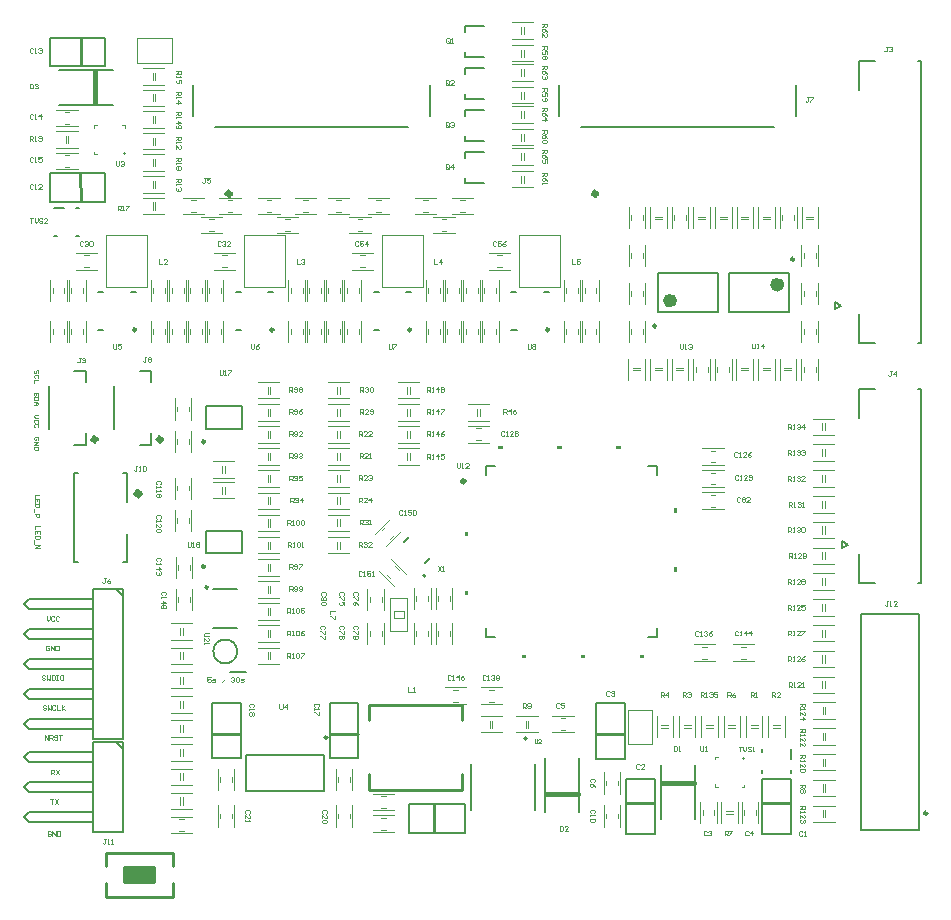
<source format=gto>
G04*
G04 #@! TF.GenerationSoftware,Altium Limited,Altium Designer,24.1.2 (44)*
G04*
G04 Layer_Color=65535*
%FSLAX44Y44*%
%MOMM*%
G71*
G04*
G04 #@! TF.SameCoordinates,CA10E9FC-EB55-4E7A-9E12-DBC140C81C46*
G04*
G04*
G04 #@! TF.FilePolarity,Positive*
G04*
G01*
G75*
%ADD10C,0.2000*%
%ADD11C,0.2540*%
%ADD12C,0.3810*%
%ADD13C,0.3048*%
%ADD14C,0.5080*%
%ADD15C,0.1270*%
%ADD16C,0.2500*%
%ADD17C,0.6000*%
%ADD18C,0.1000*%
%ADD19C,0.1524*%
%ADD20C,0.1250*%
%ADD21C,0.1200*%
%ADD22R,2.5400X1.2700*%
G36*
X441905Y247378D02*
X438095D01*
Y244838D01*
X441905D01*
Y247378D01*
D02*
G37*
G36*
X392878Y301405D02*
X390338D01*
Y297595D01*
X392878D01*
Y301405D01*
D02*
G37*
G36*
Y351405D02*
X390338D01*
Y347595D01*
X392878D01*
Y351405D01*
D02*
G37*
G36*
X421905Y421622D02*
X418095D01*
Y424162D01*
X421905D01*
Y421622D01*
D02*
G37*
G36*
X471905D02*
X468095D01*
Y424162D01*
X471905D01*
Y421622D01*
D02*
G37*
G36*
X491905Y247378D02*
X488095D01*
Y244838D01*
X491905D01*
Y247378D01*
D02*
G37*
G36*
X541905D02*
X538095D01*
Y244838D01*
X541905D01*
Y247378D01*
D02*
G37*
G36*
X567122Y321405D02*
X569662D01*
Y317595D01*
X567122D01*
Y321405D01*
D02*
G37*
G36*
Y371405D02*
X569662D01*
Y367595D01*
X567122D01*
Y371405D01*
D02*
G37*
G36*
X521905Y421622D02*
X518095D01*
Y424162D01*
X521905D01*
Y421622D01*
D02*
G37*
D10*
X356453Y314021D02*
G03*
X356453Y314021I-1000J0D01*
G01*
X442175Y176278D02*
G03*
X442175Y176278I-1000J0D01*
G01*
X390084Y779318D02*
X406334D01*
X390084Y753318D02*
X406334D01*
X390084D02*
Y757818D01*
Y774818D02*
Y779318D01*
Y743758D02*
X406334D01*
X390084Y717758D02*
X406334D01*
X390084D02*
Y722258D01*
Y739258D02*
Y743758D01*
Y708198D02*
X406334D01*
X390084Y682198D02*
X406334D01*
X390084D02*
Y686698D01*
Y703698D02*
Y708198D01*
Y672638D02*
X406334D01*
X390084Y646638D02*
X406334D01*
X390084D02*
Y651138D01*
Y668138D02*
Y672638D01*
X725250Y98550D02*
X774750D01*
X725250Y281450D02*
X774750D01*
X725250Y98550D02*
Y281450D01*
X774750Y98550D02*
Y281450D01*
X584905Y108107D02*
Y153807D01*
X555605Y108107D02*
Y153807D01*
X457509Y114256D02*
Y159956D01*
X486809Y114256D02*
Y159956D01*
X46488Y712803D02*
X92188D01*
X46488Y742103D02*
X92188D01*
X665636Y159237D02*
Y167737D01*
Y146737D02*
Y149237D01*
X641636Y146737D02*
Y149237D01*
Y165237D02*
Y167737D01*
X42378Y625497D02*
X50878D01*
X60878D02*
X63378D01*
X60878Y601497D02*
X63378D01*
X42378D02*
X44878D01*
X201556Y438524D02*
Y457524D01*
X170556Y438524D02*
Y457524D01*
X201556D01*
X170556Y438524D02*
X201556D01*
Y332999D02*
Y351999D01*
X170556Y332999D02*
Y351999D01*
X201556D01*
X170556Y332999D02*
X201556D01*
X604620Y537065D02*
Y570565D01*
X553620Y537065D02*
Y570565D01*
X604620D01*
X553620Y537065D02*
X604620D01*
X613310Y537065D02*
Y570565D01*
X664310Y537065D02*
Y570565D01*
X613310Y537065D02*
X664310D01*
X613310Y570565D02*
X664310D01*
X204828Y162432D02*
X270828D01*
X204828Y131432D02*
X270828D01*
Y162432D01*
X204828Y131432D02*
Y162432D01*
X16496Y160528D02*
X20729Y156295D01*
X16496Y135128D02*
X20729Y139361D01*
X16496Y135128D02*
X20729Y130895D01*
X16496Y160528D02*
X20729Y164761D01*
X95659Y172805D02*
X99893Y168571D01*
X100316Y97028D02*
Y173228D01*
X74916D02*
X100316D01*
X74916Y97028D02*
X100316D01*
X74916D02*
Y173228D01*
X20729Y164761D02*
X74662D01*
X20729Y156295D02*
X74916D01*
X20729Y139361D02*
X74662D01*
X20729Y130895D02*
X74662D01*
X16496Y109728D02*
X20729Y105495D01*
X16496Y109728D02*
X20729Y113961D01*
X74662D01*
X20729Y105495D02*
X74916D01*
X16496Y290116D02*
X20729Y285883D01*
X16496Y264716D02*
X20729Y268949D01*
X16496Y264716D02*
X20729Y260483D01*
X16496Y290116D02*
X20729Y294349D01*
X95659Y302393D02*
X99893Y298159D01*
X100316Y175816D02*
Y302816D01*
X74916D02*
X100316D01*
X74916Y175816D02*
X100316D01*
X74916D02*
Y302816D01*
X20729Y294349D02*
X74662D01*
X20729Y285883D02*
X74916D01*
X20729Y268949D02*
X74662D01*
X20729Y260483D02*
X74662D01*
X16496Y239316D02*
X20729Y235083D01*
X16496Y213916D02*
X20729Y218149D01*
X16496Y213916D02*
X20729Y209683D01*
X16496Y239316D02*
X20729Y243549D01*
X74662D01*
X20729Y235083D02*
X74916D01*
X20729Y218149D02*
X74662D01*
X20729Y209683D02*
X74662D01*
X16496Y188516D02*
X20729Y184283D01*
X16496Y188516D02*
X20729Y192749D01*
X74662D01*
X20729Y184283D02*
X74916D01*
D11*
X781392Y112993D02*
G03*
X781392Y112993I-1270J0D01*
G01*
X172386Y304475D02*
G03*
X172386Y304475I-1055J0D01*
G01*
X111268Y522356D02*
G03*
X111268Y522356I-1256J0D01*
G01*
X227836D02*
G03*
X227836Y522356I-1256J0D01*
G01*
X344405D02*
G03*
X344405Y522356I-1256J0D01*
G01*
X460973D02*
G03*
X460973Y522356I-1256J0D01*
G01*
X641954Y121564D02*
X665067Y121613D01*
X527125Y121564D02*
X550239Y121613D01*
X363705Y120007D02*
X363754Y96894D01*
X501767Y180006D02*
X524881Y180055D01*
X64450Y654130D02*
X64499Y631016D01*
X64767Y769230D02*
X64816Y746116D01*
X276184Y180241D02*
X299298Y180290D01*
X176362Y180241D02*
X199476Y180290D01*
X625714Y159937D02*
Y159970D01*
X100919Y671749D02*
X100951D01*
X308910Y191536D02*
Y204703D01*
X387445D01*
Y191536D02*
Y204703D01*
X387216Y132903D02*
Y145816D01*
X308910Y132903D02*
X387216D01*
X308910D02*
Y145816D01*
X142494Y42418D02*
Y53848D01*
Y68072D02*
Y79502D01*
X101600Y54610D02*
Y67310D01*
Y54610D02*
X127000D01*
Y67310D01*
X101600D02*
X127000D01*
X86106Y79502D02*
X142494D01*
X86106Y42418D02*
X142494D01*
X86106D02*
Y53848D01*
Y68072D02*
Y79502D01*
D12*
X133298Y429510D02*
G03*
X133298Y429510I-1778J0D01*
G01*
X78028D02*
G03*
X78028Y429510I-1778J0D01*
G01*
X191778Y637500D02*
G03*
X191778Y637500I-1778J0D01*
G01*
X501778D02*
G03*
X501778Y637500I-1778J0D01*
G01*
X556824Y138653D02*
X583740Y138738D01*
X458674Y129326D02*
X485591Y129410D01*
X77034Y740884D02*
X77118Y713968D01*
D13*
X390084Y394190D02*
G03*
X390084Y394190I-1524J0D01*
G01*
D14*
X114808Y383540D02*
G03*
X114808Y383540I-1778J0D01*
G01*
D15*
X197079Y250002D02*
G03*
X197079Y250002I-10080J0D01*
G01*
X773500Y750100D02*
X776000D01*
X773500Y511100D02*
X776000D01*
X703580Y539720D02*
X708580Y542720D01*
X703580Y545720D02*
X708580Y542720D01*
X703580Y539720D02*
Y545720D01*
X724000Y750100D02*
X737000D01*
X724000Y511100D02*
X737000D01*
X776000D02*
Y750100D01*
X724000Y511100D02*
Y535900D01*
Y725300D02*
Y750100D01*
X356244Y325152D02*
X360486Y329394D01*
X338566Y342829D02*
X342809Y347072D01*
X395201Y116020D02*
Y155020D01*
X449303Y116020D02*
Y155020D01*
X178000Y694000D02*
X342000D01*
X159500Y703000D02*
Y729500D01*
X360500Y703000D02*
Y729500D01*
X488000Y694000D02*
X652000D01*
X469500Y703000D02*
Y729500D01*
X670500Y703000D02*
Y729500D01*
X724000Y447200D02*
Y472000D01*
Y308000D02*
Y332800D01*
X776000Y308000D02*
Y472000D01*
X724000Y308000D02*
X737000D01*
X724000Y472000D02*
X737000D01*
X709330Y337220D02*
Y343220D01*
X714330Y340220D01*
X709330Y337220D02*
X714330Y340220D01*
X773500Y308000D02*
X776000D01*
X773500Y472000D02*
X776000D01*
X190736Y232587D02*
X204515D01*
D16*
X169806Y427524D02*
G03*
X169806Y427524I-1250J0D01*
G01*
Y321999D02*
G03*
X169806Y321999I-1250J0D01*
G01*
X551820Y525565D02*
G03*
X551820Y525565I-1250J0D01*
G01*
X668610Y582065D02*
G03*
X668610Y582065I-1250J0D01*
G01*
X273478Y177182D02*
G03*
X273478Y177182I-1250J0D01*
G01*
D17*
X566620Y547065D02*
G03*
X566620Y547065I-3000J0D01*
G01*
X657310Y560565D02*
G03*
X657310Y560565I-3000J0D01*
G01*
D18*
X86412Y558425D02*
X120956D01*
X86412Y602329D02*
X120956D01*
Y558425D02*
Y602329D01*
X86412Y558425D02*
Y602329D01*
X202981Y558425D02*
X237525D01*
X202981Y602329D02*
X237525D01*
Y558425D02*
Y602329D01*
X202981Y558425D02*
Y602329D01*
X319550Y558425D02*
X354094D01*
X319550Y602329D02*
X354094D01*
Y558425D02*
Y602329D01*
X319550Y558425D02*
Y602329D01*
X436118Y558425D02*
X470662D01*
X436118Y602329D02*
X470662D01*
Y558425D02*
Y602329D01*
X436118Y558425D02*
Y602329D01*
X631762Y187341D02*
X637762D01*
X631762Y185341D02*
X637762D01*
X641762Y177341D02*
Y195341D01*
X627762Y177341D02*
Y195341D01*
X650636Y185341D02*
X656636D01*
X650636Y187341D02*
X656636D01*
X646636Y177341D02*
Y195341D01*
X660636Y177341D02*
Y195341D01*
X575141Y185341D02*
X581141D01*
X575141Y187341D02*
X581141D01*
X571141Y177341D02*
Y195341D01*
X585141Y177341D02*
Y195341D01*
X556267Y187341D02*
X562267D01*
X556267Y185341D02*
X562267D01*
X566267Y177341D02*
Y195341D01*
X552267Y177341D02*
Y195341D01*
X612888Y187341D02*
X618888D01*
X612888Y185341D02*
X618888D01*
X622888Y177341D02*
Y195341D01*
X608888Y177341D02*
Y195341D01*
X610953Y112703D02*
X616953D01*
X610953Y114703D02*
X616953D01*
X606953Y104703D02*
Y122703D01*
X620953Y104703D02*
Y122703D01*
X695000Y131342D02*
Y137343D01*
X693000Y131342D02*
Y137343D01*
X685000Y127343D02*
X703000D01*
X685000Y141342D02*
X703000D01*
X441580Y185458D02*
Y191458D01*
X443580Y185458D02*
Y191458D01*
X433580Y195458D02*
X451580D01*
X433580Y181458D02*
X451580D01*
X411235Y185458D02*
Y191458D01*
X413235Y185458D02*
Y191458D01*
X403235Y195458D02*
X421235D01*
X403235Y181458D02*
X421235D01*
X125476Y679041D02*
Y685041D01*
X127476Y679041D02*
Y685041D01*
X117476Y689041D02*
X135476D01*
X117476Y675041D02*
X135476D01*
X125476Y642433D02*
Y648433D01*
X127476Y642433D02*
Y648433D01*
X117476Y652433D02*
X135476D01*
X117476Y638433D02*
X135476D01*
X125476Y715649D02*
Y721649D01*
X127476Y715649D02*
Y721649D01*
X117476Y725649D02*
X135476D01*
X117476Y711649D02*
X135476D01*
X127476Y733953D02*
Y739953D01*
X125476Y733953D02*
Y739953D01*
X117476Y729953D02*
X135476D01*
X117476Y743953D02*
X135476D01*
X127476Y624129D02*
Y630130D01*
X125476Y624129D02*
Y630130D01*
X117476Y620130D02*
X135476D01*
X117476Y634129D02*
X135476D01*
X127476Y660737D02*
Y666737D01*
X125476Y660737D02*
Y666737D01*
X117476Y656737D02*
X135476D01*
X117476Y670737D02*
X135476D01*
X51954Y680373D02*
Y686373D01*
X53954Y680373D02*
Y686373D01*
X43954Y690373D02*
X61954D01*
X43954Y676373D02*
X61954D01*
X282030Y411875D02*
Y417875D01*
X284030Y411875D02*
Y417875D01*
X274030Y421875D02*
X292030D01*
X274030Y407875D02*
X292030D01*
X282030Y430755D02*
Y436755D01*
X284030Y430755D02*
Y436755D01*
X274030Y440755D02*
X292030D01*
X274030Y426755D02*
X292030D01*
X282030Y393265D02*
Y399265D01*
X284030Y393265D02*
Y399265D01*
X274030Y403265D02*
X292030D01*
X274030Y389265D02*
X292030D01*
X282030Y374520D02*
Y380520D01*
X284030Y374520D02*
Y380520D01*
X274030Y384520D02*
X292030D01*
X274030Y370520D02*
X292030D01*
X282030Y449500D02*
Y455500D01*
X284030Y449500D02*
Y455500D01*
X274030Y459500D02*
X292030D01*
X274030Y445500D02*
X292030D01*
X282030Y355775D02*
Y361775D01*
X284030Y355775D02*
Y361775D01*
X274030Y365775D02*
X292030D01*
X274030Y351775D02*
X292030D01*
X282030Y337030D02*
Y343030D01*
X284030Y337030D02*
Y343030D01*
X274030Y347030D02*
X292030D01*
X274030Y333030D02*
X292030D01*
X400500Y449500D02*
Y455500D01*
X402500Y449500D02*
Y455500D01*
X392500Y459500D02*
X410500D01*
X392500Y445500D02*
X410500D01*
X437674Y753564D02*
Y759564D01*
X439674Y753564D02*
Y759564D01*
X429674Y763564D02*
X447674D01*
X429674Y749564D02*
X447674D01*
X437674Y718004D02*
Y724004D01*
X439674Y718004D02*
Y724004D01*
X429674Y728004D02*
X447674D01*
X429674Y714004D02*
X447674D01*
X437674Y682444D02*
Y688444D01*
X439674Y682444D02*
Y688444D01*
X429674Y692444D02*
X447674D01*
X429674Y678444D02*
X447674D01*
X437674Y646884D02*
Y652884D01*
X439674Y646884D02*
Y652884D01*
X429674Y656884D02*
X447674D01*
X429674Y642884D02*
X447674D01*
X437674Y772564D02*
Y778564D01*
X439674Y772564D02*
Y778564D01*
X429674Y782564D02*
X447674D01*
X429674Y768564D02*
X447674D01*
X437674Y737004D02*
Y743004D01*
X439674Y737004D02*
Y743004D01*
X429674Y747004D02*
X447674D01*
X429674Y733004D02*
X447674D01*
X437674Y701444D02*
Y707444D01*
X439674Y701444D02*
Y707444D01*
X429674Y711444D02*
X447674D01*
X429674Y697444D02*
X447674D01*
X437674Y665884D02*
Y671884D01*
X439674Y665884D02*
Y671884D01*
X429674Y675884D02*
X447674D01*
X429674Y661884D02*
X447674D01*
X532419Y487950D02*
X538419D01*
X532419Y489950D02*
X538419D01*
X528419Y479950D02*
Y497950D01*
X542419Y479950D02*
Y497950D01*
X550740Y618220D02*
X556740D01*
X550740Y616220D02*
X556740D01*
X560740Y608220D02*
Y626220D01*
X546740Y608220D02*
Y626220D01*
X568998Y489950D02*
X574998D01*
X568998Y487950D02*
X574998D01*
X578998Y479950D02*
Y497950D01*
X564998Y479950D02*
Y497950D01*
X605702Y616220D02*
X611702D01*
X605702Y618220D02*
X611702D01*
X601702Y608220D02*
Y626220D01*
X615702Y608220D02*
Y626220D01*
X587381Y616220D02*
X593381D01*
X587381Y618220D02*
X593381D01*
X583381Y608220D02*
Y626220D01*
X597381Y608220D02*
Y626220D01*
X550708Y489950D02*
X556708D01*
X550708Y487950D02*
X556708D01*
X560708Y479950D02*
Y497950D01*
X546708Y479950D02*
Y497950D01*
X660445Y487950D02*
X666445D01*
X660445Y489950D02*
X666445D01*
X656445Y479950D02*
Y497950D01*
X670445Y479950D02*
Y497950D01*
X678985Y618220D02*
X684985D01*
X678985Y616220D02*
X684985D01*
X688985Y608220D02*
Y626220D01*
X674985Y608220D02*
Y626220D01*
X623866Y489950D02*
X629866D01*
X623866Y487950D02*
X629866D01*
X633866Y479950D02*
Y497950D01*
X619866Y479950D02*
Y497950D01*
X642343Y616220D02*
X648343D01*
X642343Y618220D02*
X648343D01*
X638343Y608220D02*
Y626220D01*
X652343Y608220D02*
Y626220D01*
X624022Y616220D02*
X630022D01*
X624022Y618220D02*
X630022D01*
X620022Y608220D02*
Y626220D01*
X634022Y608220D02*
Y626220D01*
X642156Y489950D02*
X648156D01*
X642156Y487950D02*
X648156D01*
X652156Y479950D02*
Y497950D01*
X638156Y479950D02*
Y497950D01*
X186420Y400860D02*
Y406860D01*
X184420Y400860D02*
Y406860D01*
X176420Y396860D02*
X194420D01*
X176420Y410860D02*
X194420D01*
X186420Y383493D02*
Y389493D01*
X184420Y383493D02*
Y389493D01*
X176420Y379493D02*
X194420D01*
X176420Y393493D02*
X194420D01*
X222881Y430672D02*
Y436671D01*
X224881Y430672D02*
Y436671D01*
X214881Y440672D02*
X232881D01*
X214881Y426671D02*
X232881D01*
X222881Y411926D02*
Y417926D01*
X224881Y411926D02*
Y417926D01*
X214881Y421926D02*
X232881D01*
X214881Y407926D02*
X232881D01*
X222881Y374436D02*
Y380436D01*
X224881Y374436D02*
Y380436D01*
X214881Y384436D02*
X232881D01*
X214881Y370436D02*
X232881D01*
X222881Y393181D02*
Y399181D01*
X224881Y393181D02*
Y399181D01*
X214881Y403181D02*
X232881D01*
X214881Y389181D02*
X232881D01*
X222881Y449417D02*
Y455417D01*
X224881Y449417D02*
Y455417D01*
X214881Y459417D02*
X232881D01*
X214881Y445417D02*
X232881D01*
X222881Y318201D02*
Y324201D01*
X224881Y318201D02*
Y324201D01*
X214881Y328201D02*
X232881D01*
X214881Y314201D02*
X232881D01*
X224881Y468162D02*
Y474162D01*
X222881Y468162D02*
Y474162D01*
X214881Y464162D02*
X232881D01*
X214881Y478162D02*
X232881D01*
X222881Y299456D02*
Y305456D01*
X224881Y299456D02*
Y305456D01*
X214881Y309456D02*
X232881D01*
X214881Y295456D02*
X232881D01*
X222881Y355691D02*
Y361691D01*
X224881Y355691D02*
Y361691D01*
X214881Y365691D02*
X232881D01*
X214881Y351691D02*
X232881D01*
X224881Y336946D02*
Y342946D01*
X222881Y336946D02*
Y342946D01*
X214881Y332946D02*
X232881D01*
X214881Y346946D02*
X232881D01*
X224881Y280711D02*
Y286711D01*
X222881Y280711D02*
Y286711D01*
X214881Y276711D02*
X232881D01*
X214881Y290711D02*
X232881D01*
X224881Y261966D02*
Y267966D01*
X222881Y261966D02*
Y267966D01*
X214881Y257966D02*
X232881D01*
X214881Y271966D02*
X232881D01*
X224881Y243221D02*
Y249221D01*
X222881Y243221D02*
Y249221D01*
X214881Y239221D02*
X232881D01*
X214881Y253221D02*
X232881D01*
X150860Y243221D02*
Y249221D01*
X148860Y243221D02*
Y249221D01*
X140860Y239221D02*
X158860D01*
X140860Y253221D02*
X158860D01*
X150860Y263700D02*
Y269700D01*
X148860Y263700D02*
Y269700D01*
X140860Y259700D02*
X158860D01*
X140860Y273700D02*
X158860D01*
X150860Y120346D02*
Y126346D01*
X148860Y120346D02*
Y126346D01*
X140860Y116346D02*
X158860D01*
X140860Y130346D02*
X158860D01*
X148860Y161304D02*
Y167304D01*
X150860Y161304D02*
Y167304D01*
X140860Y171304D02*
X158860D01*
X140860Y157304D02*
X158860D01*
X148860Y140825D02*
Y146825D01*
X150860Y140825D02*
Y146825D01*
X140860Y150825D02*
X158860D01*
X140860Y136825D02*
X158860D01*
X148860Y222742D02*
Y228742D01*
X150860Y222742D02*
Y228742D01*
X140860Y232742D02*
X158860D01*
X140860Y218742D02*
X158860D01*
X148860Y202263D02*
Y208263D01*
X150860Y202263D02*
Y208263D01*
X140860Y212263D02*
X158860D01*
X140860Y198263D02*
X158860D01*
X148860Y181784D02*
Y187784D01*
X150860Y181784D02*
Y187784D01*
X140860Y191784D02*
X158860D01*
X140860Y177784D02*
X158860D01*
X594015Y185341D02*
X600015D01*
X594015Y187341D02*
X600015D01*
X590015Y177341D02*
Y195341D01*
X604015Y177341D02*
Y195341D01*
X343178Y412010D02*
Y418010D01*
X341178Y412010D02*
Y418010D01*
X333178Y408010D02*
X351178D01*
X333178Y422010D02*
X351178D01*
X343178Y430755D02*
Y436755D01*
X341178Y430755D02*
Y436755D01*
X333178Y426755D02*
X351178D01*
X333178Y440755D02*
X351178D01*
X343178Y449500D02*
Y455500D01*
X341178Y449500D02*
Y455500D01*
X333178Y445500D02*
X351178D01*
X333178Y459500D02*
X351178D01*
X343178Y468245D02*
Y474245D01*
X341178Y468245D02*
Y474245D01*
X333178Y464245D02*
X351178D01*
X333178Y478245D02*
X351178D01*
X693000Y153185D02*
Y159185D01*
X695000Y153185D02*
Y159185D01*
X685000Y163185D02*
X703000D01*
X685000Y149185D02*
X703000D01*
X694595Y218713D02*
Y224713D01*
X692595Y218713D02*
Y224713D01*
X684595Y214713D02*
X702595D01*
X684595Y228713D02*
X702595D01*
X693000Y175028D02*
Y181028D01*
X695000Y175028D02*
Y181028D01*
X685000Y185028D02*
X703000D01*
X685000Y171028D02*
X703000D01*
X695000Y109500D02*
Y115500D01*
X693000Y109500D02*
Y115500D01*
X685000Y105500D02*
X703000D01*
X685000Y119500D02*
X703000D01*
X693000Y196870D02*
Y202870D01*
X695000Y196870D02*
Y202870D01*
X685000Y206870D02*
X703000D01*
X685000Y192870D02*
X703000D01*
X694595Y284240D02*
Y290240D01*
X692595Y284240D02*
Y290240D01*
X684595Y280240D02*
X702595D01*
X684595Y294240D02*
X702595D01*
X692595Y240555D02*
Y246555D01*
X694595Y240555D02*
Y246555D01*
X684595Y250555D02*
X702595D01*
X684595Y236555D02*
X702595D01*
X692595Y262397D02*
Y268398D01*
X694595Y262397D02*
Y268398D01*
X684595Y272397D02*
X702595D01*
X684595Y258398D02*
X702595D01*
X692595Y306082D02*
Y312083D01*
X694595Y306082D02*
Y312083D01*
X684595Y316082D02*
X702595D01*
X684595Y302083D02*
X702595D01*
X692595Y327925D02*
Y333925D01*
X694595Y327925D02*
Y333925D01*
X684595Y337925D02*
X702595D01*
X684595Y323925D02*
X702595D01*
X692595Y349767D02*
Y355768D01*
X694595Y349767D02*
Y355768D01*
X684595Y359767D02*
X702595D01*
X684595Y345768D02*
X702595D01*
X692595Y371610D02*
Y377610D01*
X694595Y371610D02*
Y377610D01*
X684595Y381610D02*
X702595D01*
X684595Y367610D02*
X702595D01*
X692595Y393452D02*
Y399453D01*
X694595Y393452D02*
Y399453D01*
X684595Y403452D02*
X702595D01*
X684595Y389453D02*
X702595D01*
X692595Y415295D02*
Y421295D01*
X694595Y415295D02*
Y421295D01*
X684595Y425295D02*
X702595D01*
X684595Y411295D02*
X702595D01*
X125476Y697345D02*
Y703345D01*
X127476Y697345D02*
Y703345D01*
X117476Y707345D02*
X135476D01*
X117476Y693345D02*
X135476D01*
X282030Y468245D02*
Y474245D01*
X284030Y468245D02*
Y474245D01*
X274030Y478245D02*
X292030D01*
X274030Y464245D02*
X292030D01*
X692595Y437137D02*
Y443138D01*
X694595Y437137D02*
Y443138D01*
X684595Y447137D02*
X702595D01*
X684595Y433138D02*
X702595D01*
X601784Y158589D02*
Y160848D01*
X604065D01*
X601813Y135055D02*
X604072D01*
X601813D02*
Y137336D01*
X624285Y135020D02*
X626566D01*
Y137279D01*
X99571Y695679D02*
X101830D01*
Y693398D02*
Y695679D01*
X76037Y693391D02*
Y695650D01*
X78318D01*
X76002Y670897D02*
Y673179D01*
Y670897D02*
X78260D01*
X326803Y267201D02*
X341168D01*
X329640Y278632D02*
Y283966D01*
X338328D01*
Y278632D02*
Y283966D01*
X329640Y278632D02*
X338328D01*
X326803Y267201D02*
Y295141D01*
X341168D01*
Y289253D02*
Y295141D01*
Y267201D02*
Y289253D01*
X527816Y200685D02*
X548644D01*
X527816Y171221D02*
X548644D01*
Y200685D01*
X527816Y171221D02*
Y200685D01*
X141661Y748393D02*
Y769221D01*
X112197Y748393D02*
Y769221D01*
Y748393D02*
X141661D01*
X112197Y769221D02*
X141661D01*
D19*
X641445Y95656D02*
X665829D01*
X641445Y142392D02*
X665829D01*
X641445Y95656D02*
Y142392D01*
X665829Y95656D02*
Y142392D01*
X526617Y95656D02*
X551001D01*
X526617Y142392D02*
X551001D01*
X526617Y95656D02*
Y142392D01*
X551001Y95656D02*
Y142392D01*
X389662Y96386D02*
Y120770D01*
X342926Y96386D02*
Y120770D01*
Y96386D02*
X389662D01*
X342926Y120770D02*
X389662D01*
X501005Y205963D02*
X525389D01*
X501005Y159227D02*
X525389D01*
Y205963D01*
X501005Y159227D02*
Y205963D01*
X38542Y630254D02*
Y654638D01*
X85278Y630254D02*
Y654638D01*
X38542D02*
X85278D01*
X38542Y630254D02*
X85278D01*
X38859Y745354D02*
Y769738D01*
X85595Y745354D02*
Y769738D01*
X38859D02*
X85595D01*
X38859Y745354D02*
X85595D01*
X275422Y206198D02*
X299806D01*
X275422Y159462D02*
X299806D01*
Y206198D01*
X275422Y159462D02*
Y206198D01*
X175600D02*
X199984D01*
X175600Y159462D02*
X199984D01*
Y206198D01*
X175600Y159462D02*
Y206198D01*
X124408Y477809D02*
Y487422D01*
X114534Y424938D02*
X124408D01*
X92912Y437984D02*
Y474376D01*
X114534Y487422D02*
X124408D01*
Y424938D02*
Y434551D01*
X69138Y477809D02*
Y487422D01*
X59264Y424938D02*
X69138D01*
X37642Y437984D02*
Y474376D01*
X59264Y487422D02*
X69138D01*
Y424938D02*
Y434551D01*
X176783Y269576D02*
X196849D01*
X176783Y302596D02*
X196849D01*
X407737Y406763D02*
X415276D01*
X407737Y262237D02*
X415276D01*
X552263D02*
Y269776D01*
X544724Y406763D02*
X552263D01*
X407737Y399224D02*
Y406763D01*
Y262237D02*
Y269776D01*
X544724Y262237D02*
X552263D01*
Y399224D02*
Y406763D01*
X103505Y325755D02*
Y349579D01*
X100146Y400685D02*
X103505D01*
X59055Y325755D02*
Y400685D01*
Y325755D02*
X62504D01*
X103505Y376861D02*
Y400685D01*
X100146Y325755D02*
X103505D01*
X59055Y400685D02*
X62504D01*
X79633Y522518D02*
X83919D01*
X79494Y554184D02*
X83780D01*
X106954Y554144D02*
X111240D01*
X196202Y522518D02*
X200488D01*
X196063Y554184D02*
X200348D01*
X223523Y554144D02*
X227808D01*
X312771Y522518D02*
X317056D01*
X312631Y554184D02*
X316917D01*
X340091Y554144D02*
X344377D01*
X429339Y522518D02*
X433625D01*
X429200Y554184D02*
X433485D01*
X456660Y554144D02*
X460945D01*
D20*
X591169Y111703D02*
Y115703D01*
X601169Y111703D02*
Y115703D01*
X603168Y104703D02*
Y122703D01*
X589169Y104703D02*
Y122703D01*
X626487Y111703D02*
Y115703D01*
X636487Y111703D02*
Y115703D01*
X638487Y104703D02*
Y122703D01*
X624487Y104703D02*
Y122703D01*
X470925Y183458D02*
X474925D01*
X470925Y193458D02*
X474925D01*
X463925Y195458D02*
X481925D01*
X463925Y181458D02*
X481925D01*
X509452Y136653D02*
Y140653D01*
X519452Y136653D02*
Y140653D01*
X521452Y129653D02*
Y147653D01*
X507452Y129653D02*
Y147653D01*
X319215Y127500D02*
X323215D01*
X319215Y117500D02*
X323215D01*
X312215Y115500D02*
X330215D01*
X312215Y129500D02*
X330215D01*
X509452Y108742D02*
Y112742D01*
X519452Y108742D02*
Y112742D01*
X521452Y101742D02*
Y119742D01*
X507452Y101742D02*
Y119742D01*
X318888Y99117D02*
X322888D01*
X318888Y109117D02*
X322888D01*
X311888Y111117D02*
X329888D01*
X311888Y97117D02*
X329888D01*
X51086Y706802D02*
X55086D01*
X51086Y696802D02*
X55086D01*
X44086Y694802D02*
X62086D01*
X44086Y708802D02*
X62086D01*
X50954Y670194D02*
X54954D01*
X50954Y660194D02*
X54954D01*
X43954Y658194D02*
X61954D01*
X43954Y672194D02*
X61954D01*
X282614Y139856D02*
Y143856D01*
X292614Y139856D02*
Y143856D01*
X294614Y132856D02*
Y150856D01*
X280614Y132856D02*
Y150856D01*
X182792Y139856D02*
Y143856D01*
X192792Y139856D02*
Y143856D01*
X194792Y132856D02*
Y150856D01*
X180792Y132856D02*
Y150856D01*
X282614Y108742D02*
Y112742D01*
X292614Y108742D02*
Y112742D01*
X294614Y101742D02*
Y119742D01*
X280614Y101742D02*
Y119742D01*
X182792Y108742D02*
Y112742D01*
X192792Y108742D02*
Y112742D01*
X194792Y101742D02*
Y119742D01*
X180792Y101742D02*
Y119742D01*
X50778Y553335D02*
Y557335D01*
X40778Y553335D02*
Y557335D01*
X38778Y546335D02*
Y564335D01*
X52778Y546335D02*
Y564335D01*
X151691Y553335D02*
Y557335D01*
X141691Y553335D02*
Y557335D01*
X139691Y546335D02*
Y564335D01*
X153691Y546335D02*
Y564335D01*
X66780Y553335D02*
Y557335D01*
X56780Y553335D02*
Y557335D01*
X54780Y546335D02*
Y564335D01*
X68780Y546335D02*
Y564335D01*
X135863Y553335D02*
Y557335D01*
X125863Y553335D02*
Y557335D01*
X123862Y546335D02*
Y564335D01*
X137863Y546335D02*
Y564335D01*
X167520Y553335D02*
Y557335D01*
X157520Y553335D02*
Y557335D01*
X155520Y546335D02*
Y564335D01*
X169520Y546335D02*
Y564335D01*
X268260Y553335D02*
Y557335D01*
X258260Y553335D02*
Y557335D01*
X256260Y546335D02*
Y564335D01*
X270260Y546335D02*
Y564335D01*
X183349Y553335D02*
Y557335D01*
X173349Y553335D02*
Y557335D01*
X171349Y546335D02*
Y564335D01*
X185349Y546335D02*
Y564335D01*
X252431Y553335D02*
Y557335D01*
X242431Y553335D02*
Y557335D01*
X240431Y546335D02*
Y564335D01*
X254431Y546335D02*
Y564335D01*
X67796Y585255D02*
X71796D01*
X67796Y575255D02*
X71796D01*
X60796Y573255D02*
X78796D01*
X60796Y587255D02*
X78796D01*
X158012Y632122D02*
X162012D01*
X158012Y622122D02*
X162012D01*
X151012Y620122D02*
X169012D01*
X151012Y634122D02*
X169012D01*
X184365Y585255D02*
X188365D01*
X184365Y575255D02*
X188365D01*
X177365Y573255D02*
X195365D01*
X177365Y587255D02*
X195365D01*
X222153Y632122D02*
X226153D01*
X222153Y622122D02*
X226153D01*
X215153Y620122D02*
X233153D01*
X215153Y634122D02*
X233153D01*
X237653Y606124D02*
X241653D01*
X237653Y616124D02*
X241653D01*
X230653Y618124D02*
X248653D01*
X230653Y604124D02*
X248653D01*
X173512Y606124D02*
X177512D01*
X173512Y616124D02*
X177512D01*
X166512Y618124D02*
X184512D01*
X166512Y604124D02*
X184512D01*
X56780Y519152D02*
Y523153D01*
X66780Y519152D02*
Y523153D01*
X68780Y512152D02*
Y530153D01*
X54780Y512152D02*
Y530153D01*
X173349Y519152D02*
Y523153D01*
X183349Y519152D02*
Y523153D01*
X185349Y512152D02*
Y530153D01*
X171349Y512152D02*
Y530153D01*
X50778Y519152D02*
Y523153D01*
X40778Y519152D02*
Y523153D01*
X38778Y512152D02*
Y530153D01*
X52778Y512152D02*
Y530153D01*
X167520Y519152D02*
Y523153D01*
X157520Y519152D02*
Y523153D01*
X155520Y512152D02*
Y530153D01*
X169520Y512152D02*
Y530153D01*
X141691Y519152D02*
Y523153D01*
X151691Y519152D02*
Y523153D01*
X153691Y512152D02*
Y530153D01*
X139691Y512152D02*
Y530153D01*
X258260Y519152D02*
Y523153D01*
X268260Y519152D02*
Y523153D01*
X270260Y512152D02*
Y530153D01*
X256260Y512152D02*
Y530153D01*
X189012Y622122D02*
X193012D01*
X189012Y632122D02*
X193012D01*
X182012Y634122D02*
X200012D01*
X182012Y620122D02*
X200012D01*
X253153Y622122D02*
X257153D01*
X253153Y632122D02*
X257153D01*
X246153Y634122D02*
X264153D01*
X246153Y620122D02*
X264153D01*
X125863Y519152D02*
Y523153D01*
X135863Y519152D02*
Y523153D01*
X137863Y512152D02*
Y530153D01*
X123862Y512152D02*
Y530153D01*
X242431Y519152D02*
Y523153D01*
X252431Y519152D02*
Y523153D01*
X254431Y512152D02*
Y530153D01*
X240431Y512152D02*
Y530153D01*
X284088Y553335D02*
Y557335D01*
X274088Y553335D02*
Y557335D01*
X272089Y546335D02*
Y564335D01*
X286089Y546335D02*
Y564335D01*
X384828Y553335D02*
Y557335D01*
X374828Y553335D02*
Y557335D01*
X372828Y546335D02*
Y564335D01*
X386828Y546335D02*
Y564335D01*
X299917Y553335D02*
Y557335D01*
X289917Y553335D02*
Y557335D01*
X287917Y546335D02*
Y564335D01*
X301917Y546335D02*
Y564335D01*
X368999Y553335D02*
Y557335D01*
X358999Y553335D02*
Y557335D01*
X357000Y546335D02*
Y564335D01*
X370999Y546335D02*
Y564335D01*
X400657Y553335D02*
Y557335D01*
X390657Y553335D02*
Y557335D01*
X388657Y546335D02*
Y564335D01*
X402657Y546335D02*
Y564335D01*
X501316Y553335D02*
Y557335D01*
X491316Y553335D02*
Y557335D01*
X489316Y546335D02*
Y564335D01*
X503316Y546335D02*
Y564335D01*
X416486Y553335D02*
Y557335D01*
X406486Y553335D02*
Y557335D01*
X404486Y546335D02*
Y564335D01*
X418486Y546335D02*
Y564335D01*
X485568Y553335D02*
Y557335D01*
X475568Y553335D02*
Y557335D01*
X473568Y546335D02*
Y564335D01*
X487568Y546335D02*
Y564335D01*
X300933Y585255D02*
X304933D01*
X300933Y575255D02*
X304933D01*
X293933Y573255D02*
X311933D01*
X293933Y587255D02*
X311933D01*
X281058Y622122D02*
X285058D01*
X281058Y632122D02*
X285058D01*
X274058Y634122D02*
X292058D01*
X274058Y620122D02*
X292058D01*
X417502Y585255D02*
X421502D01*
X417502Y575255D02*
X421502D01*
X410502Y573255D02*
X428502D01*
X410502Y587255D02*
X428502D01*
X354717Y632122D02*
X358717D01*
X354717Y622122D02*
X358717D01*
X347717Y620122D02*
X365717D01*
X347717Y634122D02*
X365717D01*
X299109Y606124D02*
X303109D01*
X299109Y616124D02*
X303109D01*
X292109Y618124D02*
X310109D01*
X292109Y604124D02*
X310109D01*
X370217Y606124D02*
X374217D01*
X370217Y616124D02*
X374217D01*
X363217Y618124D02*
X381217D01*
X363217Y604124D02*
X381217D01*
X289917Y519152D02*
Y523153D01*
X299917Y519152D02*
Y523153D01*
X301917Y512152D02*
Y530153D01*
X287917Y512152D02*
Y530153D01*
X406486Y519152D02*
Y523153D01*
X416486Y519152D02*
Y523153D01*
X418486Y512152D02*
Y530153D01*
X404486Y512152D02*
Y530153D01*
X284088Y519152D02*
Y523153D01*
X274088Y519152D02*
Y523153D01*
X272089Y512152D02*
Y530153D01*
X286089Y512152D02*
Y530153D01*
X400657Y519152D02*
Y523153D01*
X390657Y519152D02*
Y523153D01*
X388657Y512152D02*
Y530153D01*
X402657Y512152D02*
Y530153D01*
X491316Y519152D02*
Y523153D01*
X501316Y519152D02*
Y523153D01*
X503316Y512152D02*
Y530153D01*
X489316Y512152D02*
Y530153D01*
X374828Y519152D02*
Y523153D01*
X384828Y519152D02*
Y523153D01*
X386828Y512152D02*
Y530153D01*
X372828Y512152D02*
Y530153D01*
X314609Y622122D02*
X318609D01*
X314609Y632122D02*
X318609D01*
X307609Y634122D02*
X325609D01*
X307609Y620122D02*
X325609D01*
X385717Y622122D02*
X389717D01*
X385717Y632122D02*
X389717D01*
X378717Y634122D02*
X396717D01*
X378717Y620122D02*
X396717D01*
X358999Y519152D02*
Y523153D01*
X368999Y519152D02*
Y523153D01*
X370999Y512152D02*
Y530153D01*
X357000Y512152D02*
Y530153D01*
X475568Y519152D02*
Y523153D01*
X485568Y519152D02*
Y523153D01*
X487568Y512152D02*
Y530153D01*
X473568Y512152D02*
Y530153D01*
X540544Y583153D02*
Y587152D01*
X530544Y583153D02*
Y587152D01*
X528544Y576152D02*
Y594152D01*
X542544Y576152D02*
Y594152D01*
X530544Y551085D02*
Y555085D01*
X540544Y551085D02*
Y555085D01*
X542544Y544085D02*
Y562085D01*
X528544Y544085D02*
Y562085D01*
X540544Y615220D02*
Y619220D01*
X530544Y615220D02*
Y619220D01*
X528544Y608220D02*
Y626220D01*
X542544Y608220D02*
Y626220D01*
X530544Y519017D02*
Y523018D01*
X540544Y519017D02*
Y523018D01*
X542544Y512018D02*
Y530018D01*
X528544Y512018D02*
Y530018D01*
X585412Y486950D02*
Y490950D01*
X595412Y486950D02*
Y490950D01*
X597412Y479950D02*
Y497950D01*
X583412Y479950D02*
Y497950D01*
X577185Y615220D02*
Y619220D01*
X567185Y615220D02*
Y619220D01*
X565185Y608220D02*
Y626220D01*
X579185Y608220D02*
Y626220D01*
X686860Y551085D02*
Y555085D01*
X676860Y551085D02*
Y555085D01*
X674859Y544085D02*
Y562085D01*
X688859Y544085D02*
Y562085D01*
X676860Y519017D02*
Y523018D01*
X686860Y519017D02*
Y523018D01*
X688860Y512018D02*
Y530018D01*
X674859Y512018D02*
Y530018D01*
X686860Y583153D02*
Y587152D01*
X676860Y583153D02*
Y587152D01*
X674859Y576152D02*
Y594152D01*
X688859Y576152D02*
Y594152D01*
X676860Y486950D02*
Y490950D01*
X686860Y486950D02*
Y490950D01*
X688860Y479950D02*
Y497950D01*
X674859Y479950D02*
Y497950D01*
X603702Y486950D02*
Y490950D01*
X613702Y486950D02*
Y490950D01*
X615702Y479950D02*
Y497950D01*
X601702Y479950D02*
Y497950D01*
X668789Y615220D02*
Y619220D01*
X658789Y615220D02*
Y619220D01*
X656789Y608220D02*
Y626220D01*
X670789Y608220D02*
Y626220D01*
X146311Y453180D02*
Y457180D01*
X156311Y453180D02*
Y457180D01*
X158311Y446180D02*
Y464180D01*
X144311Y446180D02*
Y464180D01*
X146311Y386243D02*
Y390243D01*
X156311Y386243D02*
Y390243D01*
X158311Y379243D02*
Y397243D01*
X144311Y379243D02*
Y397243D01*
X146311Y425711D02*
Y429711D01*
X156311Y425711D02*
Y429711D01*
X158311Y418711D02*
Y436711D01*
X144311Y418711D02*
Y436711D01*
X146311Y358774D02*
Y362774D01*
X156311Y358774D02*
Y362774D01*
X158311Y351774D02*
Y369774D01*
X144311Y351774D02*
Y369774D01*
X598000Y410000D02*
X602000D01*
X598000Y420000D02*
X602000D01*
X591000Y422000D02*
X609000D01*
X591000Y408000D02*
X609000D01*
X399326Y428755D02*
X403326D01*
X399326Y438755D02*
X403326D01*
X392326Y440755D02*
X410326D01*
X392326Y426755D02*
X410326D01*
X598000Y401322D02*
X602000D01*
X598000Y391322D02*
X602000D01*
X591000Y389322D02*
X609000D01*
X591000Y403322D02*
X609000D01*
X590500Y243970D02*
X594500D01*
X590500Y253970D02*
X594500D01*
X583500Y255970D02*
X601500D01*
X583500Y241970D02*
X601500D01*
X410235Y217500D02*
X414235D01*
X410235Y207500D02*
X414235D01*
X403235Y205500D02*
X421235D01*
X403235Y219500D02*
X421235D01*
X146943Y319305D02*
Y323305D01*
X156943Y319305D02*
Y323305D01*
X158943Y312305D02*
Y330305D01*
X144943Y312305D02*
Y330305D01*
X623789Y243970D02*
X627789D01*
X623789Y253970D02*
X627789D01*
X616789Y255970D02*
X634789D01*
X616789Y241970D02*
X634789D01*
X380243Y217500D02*
X384243D01*
X380243Y207500D02*
X384243D01*
X373243Y205500D02*
X391243D01*
X373243Y219500D02*
X391243D01*
X146943Y291836D02*
Y295837D01*
X156943Y291836D02*
Y295837D01*
X158943Y284837D02*
Y302836D01*
X144943Y284837D02*
Y302836D01*
X147860Y107992D02*
X151860D01*
X147860Y97992D02*
X151860D01*
X140860Y95992D02*
X158860D01*
X140860Y109992D02*
X158860D01*
X326849Y345462D02*
X329677Y348291D01*
X319778Y352533D02*
X322606Y355362D01*
X313414Y348998D02*
X326142Y361726D01*
X323313Y339099D02*
X336041Y351826D01*
X330937Y321967D02*
X333765Y319138D01*
X323866Y314895D02*
X326694Y312067D01*
X317502Y318431D02*
X330230Y305703D01*
X327402Y328331D02*
X340129Y315603D01*
X348822Y292500D02*
Y296500D01*
X358822Y292500D02*
Y296500D01*
X360822Y285500D02*
Y303500D01*
X346822Y285500D02*
Y303500D01*
X367364Y292500D02*
Y296500D01*
X377364Y292500D02*
Y296500D01*
X379364Y285500D02*
Y303500D01*
X365364Y285500D02*
Y303500D01*
X319452Y263424D02*
Y267424D01*
X309452Y263424D02*
Y267424D01*
X307452Y256424D02*
Y274424D01*
X321452Y256424D02*
Y274424D01*
X348822Y263424D02*
Y267424D01*
X358822Y263424D02*
Y267424D01*
X360822Y256424D02*
Y274424D01*
X346822Y256424D02*
Y274424D01*
X367110Y263424D02*
Y267424D01*
X377110Y263424D02*
Y267424D01*
X379110Y256424D02*
Y274424D01*
X365110Y256424D02*
Y274424D01*
X319452Y291872D02*
Y295872D01*
X309452Y291872D02*
Y295872D01*
X307452Y284872D02*
Y302872D01*
X321452Y284872D02*
Y302872D01*
X598000Y372645D02*
X602000D01*
X598000Y382645D02*
X602000D01*
X591000Y384645D02*
X609000D01*
X591000Y370645D02*
X609000D01*
D21*
X747842Y762055D02*
X746509D01*
X747175D01*
Y758722D01*
X746509Y758056D01*
X745843D01*
X745176Y758722D01*
X749175Y761388D02*
X749841Y762055D01*
X751174D01*
X751841Y761388D01*
Y760722D01*
X751174Y760055D01*
X750508D01*
X751174D01*
X751841Y759389D01*
Y758722D01*
X751174Y758056D01*
X749841D01*
X749175Y758722D01*
X376963Y765937D02*
Y768603D01*
X376297Y769269D01*
X374963D01*
X374297Y768603D01*
Y765937D01*
X374963Y765270D01*
X376297D01*
X375630Y766603D02*
X376963Y765270D01*
X376297D02*
X376963Y765937D01*
X378296Y765270D02*
X379629D01*
X378962D01*
Y769269D01*
X378296Y768603D01*
X376296Y730281D02*
Y732947D01*
X375630Y733614D01*
X374297D01*
X373631Y732947D01*
Y730281D01*
X374297Y729615D01*
X375630D01*
X374963Y730948D02*
X376296Y729615D01*
X375630D02*
X376296Y730281D01*
X380295Y729615D02*
X377629D01*
X380295Y732281D01*
Y732947D01*
X379629Y733614D01*
X378296D01*
X377629Y732947D01*
X376296Y694721D02*
Y697387D01*
X375630Y698054D01*
X374297D01*
X373631Y697387D01*
Y694721D01*
X374297Y694055D01*
X375630D01*
X374963Y695388D02*
X376296Y694055D01*
X375630D02*
X376296Y694721D01*
X377629Y697387D02*
X378296Y698054D01*
X379629D01*
X380295Y697387D01*
Y696721D01*
X379629Y696054D01*
X378962D01*
X379629D01*
X380295Y695388D01*
Y694721D01*
X379629Y694055D01*
X378296D01*
X377629Y694721D01*
X376296Y659161D02*
Y661827D01*
X375630Y662494D01*
X374297D01*
X373631Y661827D01*
Y659161D01*
X374297Y658495D01*
X375630D01*
X374963Y659828D02*
X376296Y658495D01*
X375630D02*
X376296Y659161D01*
X379629Y658495D02*
Y662494D01*
X377629Y660494D01*
X380295D01*
X174621Y228060D02*
X171956D01*
Y226060D01*
X173288Y226727D01*
X173955D01*
X174621Y226060D01*
Y224727D01*
X173955Y224061D01*
X172622D01*
X171956Y224727D01*
X175954Y224061D02*
X177954D01*
X178620Y224727D01*
X177954Y225394D01*
X176621D01*
X175954Y226060D01*
X176621Y226727D01*
X178620D01*
X183952Y224061D02*
X186618Y226727D01*
X191949Y227393D02*
X192616Y228060D01*
X193948D01*
X194615Y227393D01*
Y226727D01*
X193948Y226060D01*
X193282D01*
X193948D01*
X194615Y225394D01*
Y224727D01*
X193948Y224061D01*
X192616D01*
X191949Y224727D01*
X195948Y227393D02*
X196614Y228060D01*
X197947D01*
X198614Y227393D01*
Y224727D01*
X197947Y224061D01*
X196614D01*
X195948Y224727D01*
Y227393D01*
X199946Y224061D02*
X201946D01*
X202612Y224727D01*
X201946Y225394D01*
X200613D01*
X199946Y226060D01*
X200613Y226727D01*
X202612D01*
X29917Y355977D02*
X25918D01*
Y353311D01*
X29917Y349312D02*
Y351978D01*
X25918D01*
Y349312D01*
X27918Y351978D02*
Y350645D01*
X29917Y347979D02*
X25918D01*
Y345980D01*
X26585Y345313D01*
X29251D01*
X29917Y345980D01*
Y347979D01*
X25252Y343980D02*
Y341315D01*
X25918Y339982D02*
X29917D01*
X25918Y337316D01*
X29917D01*
X29734Y382694D02*
X25735D01*
Y380028D01*
X29734Y376029D02*
Y378695D01*
X25735D01*
Y376029D01*
X27735Y378695D02*
Y377362D01*
X29734Y374696D02*
X25735D01*
Y372697D01*
X26402Y372030D01*
X29067D01*
X29734Y372697D01*
Y374696D01*
X25069Y370698D02*
Y368032D01*
X25735Y366699D02*
X29734D01*
Y364700D01*
X29067Y364033D01*
X27735D01*
X27068Y364700D01*
Y366699D01*
X34193Y175231D02*
Y179230D01*
X36859Y175231D01*
Y179230D01*
X38192Y175231D02*
Y179230D01*
X40191D01*
X40858Y178563D01*
Y177231D01*
X40191Y176564D01*
X38192D01*
X39525D02*
X40858Y175231D01*
X44857Y178563D02*
X44190Y179230D01*
X42857D01*
X42191Y178563D01*
Y177897D01*
X42857Y177231D01*
X44190D01*
X44857Y176564D01*
Y175898D01*
X44190Y175231D01*
X42857D01*
X42191Y175898D01*
X46189Y179230D02*
X48855D01*
X47522D01*
Y175231D01*
X35212Y203788D02*
X34545Y204455D01*
X33212D01*
X32546Y203788D01*
Y203122D01*
X33212Y202455D01*
X34545D01*
X35212Y201789D01*
Y201122D01*
X34545Y200456D01*
X33212D01*
X32546Y201122D01*
X36545Y204455D02*
Y200456D01*
X37878Y201789D01*
X39211Y200456D01*
Y204455D01*
X43209Y203788D02*
X42543Y204455D01*
X41210D01*
X40543Y203788D01*
Y201122D01*
X41210Y200456D01*
X42543D01*
X43209Y201122D01*
X44542Y204455D02*
Y200456D01*
X47208D01*
X48541Y204455D02*
Y200456D01*
Y201789D01*
X51207Y204455D01*
X49207Y202455D01*
X51207Y200456D01*
X34590Y229013D02*
X33924Y229679D01*
X32591D01*
X31924Y229013D01*
Y228346D01*
X32591Y227680D01*
X33924D01*
X34590Y227013D01*
Y226347D01*
X33924Y225681D01*
X32591D01*
X31924Y226347D01*
X35923Y229679D02*
Y225681D01*
X37256Y227013D01*
X38589Y225681D01*
Y229679D01*
X39922D02*
Y225681D01*
X41921D01*
X42587Y226347D01*
Y229013D01*
X41921Y229679D01*
X39922D01*
X43920D02*
X45253D01*
X44587D01*
Y225681D01*
X43920D01*
X45253D01*
X49252Y229679D02*
X47919D01*
X47252Y229013D01*
Y226347D01*
X47919Y225681D01*
X49252D01*
X49918Y226347D01*
Y229013D01*
X49252Y229679D01*
X37919Y254237D02*
X37253Y254904D01*
X35920D01*
X35254Y254237D01*
Y251572D01*
X35920Y250905D01*
X37253D01*
X37919Y251572D01*
Y252904D01*
X36586D01*
X39252Y250905D02*
Y254904D01*
X41918Y250905D01*
Y254904D01*
X43251D02*
Y250905D01*
X45250D01*
X45917Y251572D01*
Y254237D01*
X45250Y254904D01*
X43251D01*
X35770Y280128D02*
Y277463D01*
X37103Y276130D01*
X38436Y277463D01*
Y280128D01*
X42434Y279462D02*
X41768Y280128D01*
X40435D01*
X39769Y279462D01*
Y276796D01*
X40435Y276130D01*
X41768D01*
X42434Y276796D01*
X46433Y279462D02*
X45767Y280128D01*
X44434D01*
X43767Y279462D01*
Y276796D01*
X44434Y276130D01*
X45767D01*
X46433Y276796D01*
X28188Y485461D02*
X28855Y486128D01*
Y487460D01*
X28188Y488127D01*
X27522D01*
X26855Y487460D01*
Y486128D01*
X26189Y485461D01*
X25522D01*
X24856Y486128D01*
Y487460D01*
X25522Y488127D01*
X28188Y481462D02*
X28855Y482129D01*
Y483462D01*
X28188Y484128D01*
X25522D01*
X24856Y483462D01*
Y482129D01*
X25522Y481462D01*
X28855Y480130D02*
X24856D01*
Y477464D01*
X28188Y428806D02*
X28855Y429473D01*
Y430805D01*
X28188Y431472D01*
X25522D01*
X24856Y430805D01*
Y429473D01*
X25522Y428806D01*
X26855D01*
Y430139D01*
X24856Y427473D02*
X28855D01*
X24856Y424807D01*
X28855D01*
Y423475D02*
X24856D01*
Y421475D01*
X25522Y420809D01*
X28188D01*
X28855Y421475D01*
Y423475D01*
X28188Y466461D02*
X28855Y467128D01*
Y468461D01*
X28188Y469127D01*
X27522D01*
X26855Y468461D01*
Y467128D01*
X26189Y466461D01*
X25522D01*
X24856Y467128D01*
Y468461D01*
X25522Y469127D01*
X28855Y465128D02*
X24856D01*
Y463129D01*
X25522Y462462D01*
X28188D01*
X28855Y463129D01*
Y465128D01*
X24856Y461130D02*
X27522D01*
X28855Y459797D01*
X27522Y458464D01*
X24856D01*
X26855D01*
Y461130D01*
X28855Y450292D02*
X26189D01*
X24856Y448959D01*
X26189Y447626D01*
X28855D01*
X28188Y443627D02*
X28855Y444294D01*
Y445627D01*
X28188Y446293D01*
X25522D01*
X24856Y445627D01*
Y444294D01*
X25522Y443627D01*
X28188Y439629D02*
X28855Y440295D01*
Y441628D01*
X28188Y442294D01*
X25522D01*
X24856Y441628D01*
Y440295D01*
X25522Y439629D01*
X39370Y97133D02*
X38703Y97800D01*
X37370D01*
X36704Y97133D01*
Y94467D01*
X37370Y93801D01*
X38703D01*
X39370Y94467D01*
Y95800D01*
X38037D01*
X40703Y93801D02*
Y97800D01*
X43369Y93801D01*
Y97800D01*
X44701D02*
Y93801D01*
X46701D01*
X47367Y94467D01*
Y97133D01*
X46701Y97800D01*
X44701D01*
X38822Y124715D02*
X41488D01*
X40155D01*
Y120716D01*
X42821Y124715D02*
X45486Y120716D01*
Y124715D02*
X42821Y120716D01*
X39578Y145845D02*
Y149843D01*
X41577D01*
X42244Y149177D01*
Y147844D01*
X41577Y147178D01*
X39578D01*
X40911D02*
X42244Y145845D01*
X43576Y149843D02*
X46242Y145845D01*
Y149843D02*
X43576Y145845D01*
X449080Y175490D02*
Y172990D01*
X449580Y172491D01*
X450580D01*
X451080Y172990D01*
Y175490D01*
X454079Y172491D02*
X452080D01*
X454079Y174490D01*
Y174990D01*
X453579Y175490D01*
X452579D01*
X452080Y174990D01*
X663555Y438342D02*
Y442341D01*
X665555D01*
X666221Y441674D01*
Y440341D01*
X665555Y439675D01*
X663555D01*
X664888D02*
X666221Y438342D01*
X667554D02*
X668887D01*
X668220D01*
Y442341D01*
X667554Y441674D01*
X670886D02*
X671553Y442341D01*
X672886D01*
X673552Y441674D01*
Y441008D01*
X672886Y440341D01*
X672219D01*
X672886D01*
X673552Y439675D01*
Y439008D01*
X672886Y438342D01*
X671553D01*
X670886Y439008D01*
X676884Y438342D02*
Y442341D01*
X674885Y440341D01*
X677551D01*
X622987Y380037D02*
X622321Y380704D01*
X620988D01*
X620322Y380037D01*
Y377371D01*
X620988Y376705D01*
X622321D01*
X622987Y377371D01*
X624320Y380037D02*
X624987Y380704D01*
X626320D01*
X626986Y380037D01*
Y379371D01*
X626320Y378704D01*
X626986Y378038D01*
Y377371D01*
X626320Y376705D01*
X624987D01*
X624320Y377371D01*
Y378038D01*
X624987Y378704D01*
X624320Y379371D01*
Y380037D01*
X624987Y378704D02*
X626320D01*
X630985Y376705D02*
X628319D01*
X630985Y379371D01*
Y380037D01*
X630318Y380704D01*
X628985D01*
X628319Y380037D01*
X271332Y297277D02*
X271998Y297943D01*
Y299276D01*
X271332Y299943D01*
X268666D01*
X267999Y299276D01*
Y297943D01*
X268666Y297277D01*
X271332Y295944D02*
X271998Y295278D01*
Y293945D01*
X271332Y293278D01*
X270665D01*
X269999Y293945D01*
X269332Y293278D01*
X268666D01*
X267999Y293945D01*
Y295278D01*
X268666Y295944D01*
X269332D01*
X269999Y295278D01*
X270665Y295944D01*
X271332D01*
X269999Y295278D02*
Y293945D01*
X271332Y291945D02*
X271998Y291279D01*
Y289946D01*
X271332Y289279D01*
X268666D01*
X267999Y289946D01*
Y291279D01*
X268666Y291945D01*
X271332D01*
X298507Y268782D02*
X299174Y269448D01*
Y270781D01*
X298507Y271448D01*
X295842D01*
X295175Y270781D01*
Y269448D01*
X295842Y268782D01*
X299174Y267449D02*
Y264783D01*
X298507D01*
X295842Y267449D01*
X295175D01*
X295842Y263450D02*
X295175Y262784D01*
Y261451D01*
X295842Y260784D01*
X298507D01*
X299174Y261451D01*
Y262784D01*
X298507Y263450D01*
X297841D01*
X297174Y262784D01*
Y260784D01*
X287050Y268782D02*
X287717Y269448D01*
Y270781D01*
X287050Y271448D01*
X284385D01*
X283718Y270781D01*
Y269448D01*
X284385Y268782D01*
X287717Y267449D02*
Y264783D01*
X287050D01*
X284385Y267449D01*
X283718D01*
X287050Y263450D02*
X287717Y262784D01*
Y261451D01*
X287050Y260784D01*
X286384D01*
X285718Y261451D01*
X285051Y260784D01*
X284385D01*
X283718Y261451D01*
Y262784D01*
X284385Y263450D01*
X285051D01*
X285718Y262784D01*
X286384Y263450D01*
X287050D01*
X285718Y262784D02*
Y261451D01*
X270867Y268782D02*
X271533Y269448D01*
Y270781D01*
X270867Y271448D01*
X268201D01*
X267535Y270781D01*
Y269448D01*
X268201Y268782D01*
X271533Y267449D02*
Y264783D01*
X270867D01*
X268201Y267449D01*
X267535D01*
X271533Y263450D02*
Y260784D01*
X270867D01*
X268201Y263450D01*
X267535D01*
X298507Y297277D02*
X299174Y297943D01*
Y299276D01*
X298507Y299943D01*
X295842D01*
X295175Y299276D01*
Y297943D01*
X295842Y297277D01*
X299174Y295944D02*
Y293278D01*
X298507D01*
X295842Y295944D01*
X295175D01*
X299174Y289279D02*
X298507Y290612D01*
X297174Y291945D01*
X295842D01*
X295175Y291279D01*
Y289946D01*
X295842Y289279D01*
X296508D01*
X297174Y289946D01*
Y291945D01*
X287050Y297277D02*
X287717Y297943D01*
Y299276D01*
X287050Y299943D01*
X284385D01*
X283718Y299276D01*
Y297943D01*
X284385Y297277D01*
X287717Y295944D02*
Y293278D01*
X287050D01*
X284385Y295944D01*
X283718D01*
X287717Y289279D02*
Y291945D01*
X285718D01*
X286384Y290612D01*
Y289946D01*
X285718Y289279D01*
X284385D01*
X283718Y289946D01*
Y291279D01*
X284385Y291945D01*
X64475Y498631D02*
X63143D01*
X63809D01*
Y495299D01*
X63143Y494632D01*
X62476D01*
X61810Y495299D01*
X65808D02*
X66475Y494632D01*
X67808D01*
X68474Y495299D01*
Y497965D01*
X67808Y498631D01*
X66475D01*
X65808Y497965D01*
Y497298D01*
X66475Y496632D01*
X68474D01*
X120157Y499305D02*
X118824D01*
X119490D01*
Y495973D01*
X118824Y495307D01*
X118157D01*
X117491Y495973D01*
X121489Y498639D02*
X122156Y499305D01*
X123489D01*
X124155Y498639D01*
Y497972D01*
X123489Y497306D01*
X124155Y496639D01*
Y495973D01*
X123489Y495307D01*
X122156D01*
X121489Y495973D01*
Y496639D01*
X122156Y497306D01*
X121489Y497972D01*
Y498639D01*
X122156Y497306D02*
X123489D01*
X301353Y469901D02*
Y473900D01*
X303353D01*
X304019Y473233D01*
Y471900D01*
X303353Y471234D01*
X301353D01*
X302686D02*
X304019Y469901D01*
X305352Y473233D02*
X306018Y473900D01*
X307351D01*
X308018Y473233D01*
Y472567D01*
X307351Y471900D01*
X306685D01*
X307351D01*
X308018Y471234D01*
Y470567D01*
X307351Y469901D01*
X306018D01*
X305352Y470567D01*
X309351Y473233D02*
X310017Y473900D01*
X311350D01*
X312016Y473233D01*
Y470567D01*
X311350Y469901D01*
X310017D01*
X309351Y470567D01*
Y473233D01*
X145321Y706768D02*
X149319D01*
Y704768D01*
X148653Y704102D01*
X147320D01*
X146653Y704768D01*
Y706768D01*
Y705435D02*
X145321Y704102D01*
Y702769D02*
Y701436D01*
Y702103D01*
X149319D01*
X148653Y702769D01*
X145321Y697437D02*
X149319D01*
X147320Y699437D01*
Y696771D01*
X145987Y695438D02*
X145321Y694772D01*
Y693439D01*
X145987Y692772D01*
X148653D01*
X149319Y693439D01*
Y694772D01*
X148653Y695438D01*
X147986D01*
X147320Y694772D01*
Y692772D01*
X663555Y416498D02*
Y420497D01*
X665555D01*
X666221Y419830D01*
Y418497D01*
X665555Y417831D01*
X663555D01*
X664888D02*
X666221Y416498D01*
X667554D02*
X668887D01*
X668220D01*
Y420497D01*
X667554Y419830D01*
X670886D02*
X671553Y420497D01*
X672886D01*
X673552Y419830D01*
Y419164D01*
X672886Y418497D01*
X672219D01*
X672886D01*
X673552Y417831D01*
Y417164D01*
X672886Y416498D01*
X671553D01*
X670886Y417164D01*
X674885Y419830D02*
X675551Y420497D01*
X676884D01*
X677551Y419830D01*
Y419164D01*
X676884Y418497D01*
X676218D01*
X676884D01*
X677551Y417831D01*
Y417164D01*
X676884Y416498D01*
X675551D01*
X674885Y417164D01*
X663555Y394654D02*
Y398653D01*
X665555D01*
X666221Y397986D01*
Y396653D01*
X665555Y395987D01*
X663555D01*
X664888D02*
X666221Y394654D01*
X667554D02*
X668887D01*
X668220D01*
Y398653D01*
X667554Y397986D01*
X670886D02*
X671553Y398653D01*
X672886D01*
X673552Y397986D01*
Y397320D01*
X672886Y396653D01*
X672219D01*
X672886D01*
X673552Y395987D01*
Y395320D01*
X672886Y394654D01*
X671553D01*
X670886Y395320D01*
X677551Y394654D02*
X674885D01*
X677551Y397320D01*
Y397986D01*
X676884Y398653D01*
X675551D01*
X674885Y397986D01*
X664222Y372651D02*
Y376650D01*
X666221D01*
X666887Y375984D01*
Y374651D01*
X666221Y373984D01*
X664222D01*
X665555D02*
X666887Y372651D01*
X668220D02*
X669553D01*
X668887D01*
Y376650D01*
X668220Y375984D01*
X671553D02*
X672219Y376650D01*
X673552D01*
X674218Y375984D01*
Y375317D01*
X673552Y374651D01*
X672886D01*
X673552D01*
X674218Y373984D01*
Y373318D01*
X673552Y372651D01*
X672219D01*
X671553Y373318D01*
X675551Y372651D02*
X676884D01*
X676218D01*
Y376650D01*
X675551Y375984D01*
X663555Y350966D02*
Y354965D01*
X665555D01*
X666221Y354298D01*
Y352965D01*
X665555Y352299D01*
X663555D01*
X664888D02*
X666221Y350966D01*
X667554D02*
X668887D01*
X668220D01*
Y354965D01*
X667554Y354298D01*
X670886D02*
X671553Y354965D01*
X672886D01*
X673552Y354298D01*
Y353632D01*
X672886Y352965D01*
X672219D01*
X672886D01*
X673552Y352299D01*
Y351632D01*
X672886Y350966D01*
X671553D01*
X670886Y351632D01*
X674885Y354298D02*
X675551Y354965D01*
X676884D01*
X677551Y354298D01*
Y351632D01*
X676884Y350966D01*
X675551D01*
X674885Y351632D01*
Y354298D01*
X664504Y329079D02*
Y333078D01*
X666503D01*
X667169Y332412D01*
Y331079D01*
X666503Y330412D01*
X664504D01*
X665836D02*
X667169Y329079D01*
X668502D02*
X669835D01*
X669169D01*
Y333078D01*
X668502Y332412D01*
X674500Y329079D02*
X671835D01*
X674500Y331745D01*
Y332412D01*
X673834Y333078D01*
X672501D01*
X671835Y332412D01*
X675833Y329746D02*
X676500Y329079D01*
X677833D01*
X678499Y329746D01*
Y332412D01*
X677833Y333078D01*
X676500D01*
X675833Y332412D01*
Y331745D01*
X676500Y331079D01*
X678499D01*
X663555Y307278D02*
Y311277D01*
X665555D01*
X666221Y310610D01*
Y309277D01*
X665555Y308611D01*
X663555D01*
X664888D02*
X666221Y307278D01*
X667554D02*
X668887D01*
X668220D01*
Y311277D01*
X667554Y310610D01*
X673552Y307278D02*
X670886D01*
X673552Y309944D01*
Y310610D01*
X672886Y311277D01*
X671553D01*
X670886Y310610D01*
X674885D02*
X675551Y311277D01*
X676884D01*
X677551Y310610D01*
Y309944D01*
X676884Y309277D01*
X677551Y308611D01*
Y307944D01*
X676884Y307278D01*
X675551D01*
X674885Y307944D01*
Y308611D01*
X675551Y309277D01*
X674885Y309944D01*
Y310610D01*
X675551Y309277D02*
X676884D01*
X663555Y263590D02*
Y267589D01*
X665555D01*
X666221Y266922D01*
Y265589D01*
X665555Y264923D01*
X663555D01*
X664888D02*
X666221Y263590D01*
X667554D02*
X668887D01*
X668220D01*
Y267589D01*
X667554Y266922D01*
X673552Y263590D02*
X670886D01*
X673552Y266256D01*
Y266922D01*
X672886Y267589D01*
X671553D01*
X670886Y266922D01*
X674885Y267589D02*
X677551D01*
Y266922D01*
X674885Y264256D01*
Y263590D01*
X663555Y241746D02*
Y245745D01*
X665555D01*
X666221Y245078D01*
Y243745D01*
X665555Y243079D01*
X663555D01*
X664888D02*
X666221Y241746D01*
X667554D02*
X668887D01*
X668220D01*
Y245745D01*
X667554Y245078D01*
X673552Y241746D02*
X670886D01*
X673552Y244412D01*
Y245078D01*
X672886Y245745D01*
X671553D01*
X670886Y245078D01*
X677551Y245745D02*
X676218Y245078D01*
X674885Y243745D01*
Y242412D01*
X675551Y241746D01*
X676884D01*
X677551Y242412D01*
Y243079D01*
X676884Y243745D01*
X674885D01*
X663490Y285409D02*
Y289407D01*
X665489D01*
X666156Y288741D01*
Y287408D01*
X665489Y286742D01*
X663490D01*
X664823D02*
X666156Y285409D01*
X667489D02*
X668821D01*
X668155D01*
Y289407D01*
X667489Y288741D01*
X673487Y285409D02*
X670821D01*
X673487Y288074D01*
Y288741D01*
X672820Y289407D01*
X671487D01*
X670821Y288741D01*
X677485Y289407D02*
X674819D01*
Y287408D01*
X676152Y288074D01*
X676819D01*
X677485Y287408D01*
Y286075D01*
X676819Y285409D01*
X675486D01*
X674819Y286075D01*
X673949Y205867D02*
X677948D01*
Y203868D01*
X677281Y203201D01*
X675948D01*
X675282Y203868D01*
Y205867D01*
Y204534D02*
X673949Y203201D01*
Y201868D02*
Y200535D01*
Y201202D01*
X677948D01*
X677281Y201868D01*
X673949Y195870D02*
Y198536D01*
X676615Y195870D01*
X677281D01*
X677948Y196537D01*
Y197870D01*
X677281Y198536D01*
X673949Y192538D02*
X677948D01*
X675948Y194537D01*
Y191871D01*
X673949Y118935D02*
X677948D01*
Y116936D01*
X677281Y116270D01*
X675948D01*
X675282Y116936D01*
Y118935D01*
Y117603D02*
X673949Y116270D01*
Y114937D02*
Y113604D01*
Y114270D01*
X677948D01*
X677281Y114937D01*
X673949Y108939D02*
Y111605D01*
X676615Y108939D01*
X677281D01*
X677948Y109605D01*
Y110938D01*
X677281Y111605D01*
Y107606D02*
X677948Y106939D01*
Y105606D01*
X677281Y104940D01*
X676615D01*
X675948Y105606D01*
Y106273D01*
Y105606D01*
X675282Y104940D01*
X674615D01*
X673949Y105606D01*
Y106939D01*
X674615Y107606D01*
X673949Y184023D02*
X677948D01*
Y182024D01*
X677281Y181357D01*
X675948D01*
X675282Y182024D01*
Y184023D01*
Y182690D02*
X673949Y181357D01*
Y180024D02*
Y178691D01*
Y179358D01*
X677948D01*
X677281Y180024D01*
X673949Y174026D02*
Y176692D01*
X676615Y174026D01*
X677281D01*
X677948Y174693D01*
Y176026D01*
X677281Y176692D01*
X673949Y170028D02*
Y172693D01*
X676615Y170028D01*
X677281D01*
X677948Y170694D01*
Y172027D01*
X677281Y172693D01*
X664156Y219781D02*
Y223780D01*
X666156D01*
X666822Y223113D01*
Y221780D01*
X666156Y221114D01*
X664156D01*
X665489D02*
X666822Y219781D01*
X668155D02*
X669488D01*
X668821D01*
Y223780D01*
X668155Y223113D01*
X674153Y219781D02*
X671487D01*
X674153Y222447D01*
Y223113D01*
X673487Y223780D01*
X672154D01*
X671487Y223113D01*
X675486Y219781D02*
X676819D01*
X676152D01*
Y223780D01*
X675486Y223113D01*
X673949Y162179D02*
X677948D01*
Y160180D01*
X677281Y159513D01*
X675948D01*
X675282Y160180D01*
Y162179D01*
Y160846D02*
X673949Y159513D01*
Y158180D02*
Y156847D01*
Y157514D01*
X677948D01*
X677281Y158180D01*
X673949Y152182D02*
Y154848D01*
X676615Y152182D01*
X677281D01*
X677948Y152849D01*
Y154182D01*
X677281Y154848D01*
Y150849D02*
X677948Y150183D01*
Y148850D01*
X677281Y148183D01*
X674615D01*
X673949Y148850D01*
Y150183D01*
X674615Y150849D01*
X677281D01*
X357957Y469879D02*
Y473878D01*
X359956D01*
X360623Y473211D01*
Y471879D01*
X359956Y471212D01*
X357957D01*
X359290D02*
X360623Y469879D01*
X361955D02*
X363288D01*
X362622D01*
Y473878D01*
X361955Y473211D01*
X367287Y469879D02*
Y473878D01*
X365288Y471879D01*
X367954D01*
X369286Y473211D02*
X369953Y473878D01*
X371286D01*
X371952Y473211D01*
Y472545D01*
X371286Y471879D01*
X371952Y471212D01*
Y470546D01*
X371286Y469879D01*
X369953D01*
X369286Y470546D01*
Y471212D01*
X369953Y471879D01*
X369286Y472545D01*
Y473211D01*
X369953Y471879D02*
X371286D01*
X357957Y451391D02*
Y455389D01*
X359956D01*
X360623Y454723D01*
Y453390D01*
X359956Y452724D01*
X357957D01*
X359290D02*
X360623Y451391D01*
X361955D02*
X363288D01*
X362622D01*
Y455389D01*
X361955Y454723D01*
X367287Y451391D02*
Y455389D01*
X365288Y453390D01*
X367954D01*
X369286Y455389D02*
X371952D01*
Y454723D01*
X369286Y452057D01*
Y451391D01*
X357957Y432341D02*
Y436339D01*
X359956D01*
X360623Y435673D01*
Y434340D01*
X359956Y433674D01*
X357957D01*
X359290D02*
X360623Y432341D01*
X361955D02*
X363288D01*
X362622D01*
Y436339D01*
X361955Y435673D01*
X367287Y432341D02*
Y436339D01*
X365288Y434340D01*
X367954D01*
X371952Y436339D02*
X370619Y435673D01*
X369286Y434340D01*
Y433007D01*
X369953Y432341D01*
X371286D01*
X371952Y433007D01*
Y433674D01*
X371286Y434340D01*
X369286D01*
X357957Y413291D02*
Y417289D01*
X359956D01*
X360623Y416623D01*
Y415290D01*
X359956Y414624D01*
X357957D01*
X359290D02*
X360623Y413291D01*
X361955D02*
X363288D01*
X362622D01*
Y417289D01*
X361955Y416623D01*
X367287Y413291D02*
Y417289D01*
X365288Y415290D01*
X367954D01*
X371952Y417289D02*
X369286D01*
Y415290D01*
X370619Y415956D01*
X371286D01*
X371952Y415290D01*
Y413957D01*
X371286Y413291D01*
X369953D01*
X369286Y413957D01*
X589621Y211564D02*
Y215563D01*
X591621D01*
X592287Y214896D01*
Y213563D01*
X591621Y212897D01*
X589621D01*
X590954D02*
X592287Y211564D01*
X593620D02*
X594953D01*
X594286D01*
Y215563D01*
X593620Y214896D01*
X596952D02*
X597619Y215563D01*
X598952D01*
X599618Y214896D01*
Y214230D01*
X598952Y213563D01*
X598285D01*
X598952D01*
X599618Y212897D01*
Y212230D01*
X598952Y211564D01*
X597619D01*
X596952Y212230D01*
X603617Y215563D02*
X600951D01*
Y213563D01*
X602284Y214230D01*
X602950D01*
X603617Y213563D01*
Y212230D01*
X602950Y211564D01*
X601617D01*
X600951Y212230D01*
X748237Y292829D02*
X746905D01*
X747571D01*
Y289497D01*
X746905Y288831D01*
X746238D01*
X745572Y289497D01*
X749570Y288831D02*
X750903D01*
X750237D01*
Y292829D01*
X749570Y292163D01*
X755568Y288831D02*
X752903D01*
X755568Y291497D01*
Y292163D01*
X754902Y292829D01*
X753569D01*
X752903Y292163D01*
X366762Y322312D02*
X369428Y318314D01*
Y322312D02*
X366762Y318314D01*
X370761D02*
X372094D01*
X371427D01*
Y322312D01*
X370761Y321646D01*
X173161Y265380D02*
X169828D01*
X169162Y264713D01*
Y263380D01*
X169828Y262714D01*
X173161D01*
X169162Y258715D02*
Y261381D01*
X171828Y258715D01*
X172494D01*
X173161Y259382D01*
Y260714D01*
X172494Y261381D01*
X169162Y257382D02*
Y256049D01*
Y256716D01*
X173161D01*
X172494Y257382D01*
X155154Y342545D02*
Y339212D01*
X155821Y338546D01*
X157154D01*
X157820Y339212D01*
Y342545D01*
X159153Y338546D02*
X160486D01*
X159820D01*
Y342545D01*
X159153Y341878D01*
X162486D02*
X163152Y342545D01*
X164485D01*
X165151Y341878D01*
Y341212D01*
X164485Y340545D01*
X165151Y339879D01*
Y339212D01*
X164485Y338546D01*
X163152D01*
X162486Y339212D01*
Y339879D01*
X163152Y340545D01*
X162486Y341212D01*
Y341878D01*
X163152Y340545D02*
X164485D01*
X182286Y488330D02*
Y484998D01*
X182952Y484331D01*
X184285D01*
X184952Y484998D01*
Y488330D01*
X186285Y484331D02*
X187617D01*
X186951D01*
Y488330D01*
X186285Y487664D01*
X189617Y488330D02*
X192283D01*
Y487664D01*
X189617Y484998D01*
Y484331D01*
X633157Y510628D02*
Y507296D01*
X633824Y506629D01*
X635157D01*
X635823Y507296D01*
Y510628D01*
X637156Y506629D02*
X638489D01*
X637822D01*
Y510628D01*
X637156Y509962D01*
X642487Y506629D02*
Y510628D01*
X640488Y508629D01*
X643154D01*
X571884Y509999D02*
Y506667D01*
X572550Y506001D01*
X573883D01*
X574550Y506667D01*
Y509999D01*
X575882Y506001D02*
X577215D01*
X576549D01*
Y509999D01*
X575882Y509333D01*
X579215D02*
X579881Y509999D01*
X581214D01*
X581881Y509333D01*
Y508666D01*
X581214Y508000D01*
X580548D01*
X581214D01*
X581881Y507334D01*
Y506667D01*
X581214Y506001D01*
X579881D01*
X579215Y506667D01*
X383082Y409512D02*
Y406180D01*
X383749Y405513D01*
X385082D01*
X385748Y406180D01*
Y409512D01*
X387081Y405513D02*
X388414D01*
X387747D01*
Y409512D01*
X387081Y408845D01*
X393079Y405513D02*
X390413D01*
X393079Y408179D01*
Y408845D01*
X392413Y409512D01*
X391080D01*
X390413Y408845D01*
X443035Y510436D02*
Y507103D01*
X443701Y506437D01*
X445034D01*
X445700Y507103D01*
Y510436D01*
X447033Y509769D02*
X447700Y510436D01*
X449033D01*
X449699Y509769D01*
Y509103D01*
X449033Y508436D01*
X449699Y507770D01*
Y507103D01*
X449033Y506437D01*
X447700D01*
X447033Y507103D01*
Y507770D01*
X447700Y508436D01*
X447033Y509103D01*
Y509769D01*
X447700Y508436D02*
X449033D01*
X325314Y510436D02*
Y507103D01*
X325980Y506437D01*
X327313D01*
X327980Y507103D01*
Y510436D01*
X329313D02*
X331978D01*
Y509769D01*
X329313Y507103D01*
Y506437D01*
X208728Y510436D02*
Y507103D01*
X209394Y506437D01*
X210727D01*
X211394Y507103D01*
Y510436D01*
X215392D02*
X214060Y509769D01*
X212727Y508436D01*
Y507103D01*
X213393Y506437D01*
X214726D01*
X215392Y507103D01*
Y507770D01*
X214726Y508436D01*
X212727D01*
X92142Y510436D02*
Y507103D01*
X92809Y506437D01*
X94141D01*
X94808Y507103D01*
Y510436D01*
X98806D02*
X96141D01*
Y508436D01*
X97474Y509103D01*
X98140D01*
X98806Y508436D01*
Y507103D01*
X98140Y506437D01*
X96807D01*
X96141Y507103D01*
X232888Y205199D02*
Y201867D01*
X233554Y201201D01*
X234887D01*
X235554Y201867D01*
Y205199D01*
X238886Y201201D02*
Y205199D01*
X236886Y203200D01*
X239552D01*
X94458Y664939D02*
Y661607D01*
X95124Y660941D01*
X96457D01*
X97124Y661607D01*
Y664939D01*
X98456Y664273D02*
X99123Y664939D01*
X100456D01*
X101122Y664273D01*
Y663606D01*
X100456Y662940D01*
X99789D01*
X100456D01*
X101122Y662274D01*
Y661607D01*
X100456Y660941D01*
X99123D01*
X98456Y661607D01*
X589272Y169498D02*
Y166166D01*
X589939Y165499D01*
X591272D01*
X591938Y166166D01*
Y169498D01*
X593271Y165499D02*
X594604D01*
X593937D01*
Y169498D01*
X593271Y168832D01*
X21532Y616834D02*
X24198D01*
X22865D01*
Y612836D01*
X25531Y616834D02*
Y614169D01*
X26864Y612836D01*
X28197Y614169D01*
Y616834D01*
X32196Y616168D02*
X31529Y616834D01*
X30196D01*
X29530Y616168D01*
Y615502D01*
X30196Y614835D01*
X31529D01*
X32196Y614169D01*
Y613502D01*
X31529Y612836D01*
X30196D01*
X29530Y613502D01*
X36194Y612836D02*
X33528D01*
X36194Y615502D01*
Y616168D01*
X35528Y616834D01*
X34195D01*
X33528Y616168D01*
X621587Y169382D02*
X624253D01*
X622920D01*
Y165383D01*
X625586Y169382D02*
Y166716D01*
X626918Y165383D01*
X628251Y166716D01*
Y169382D01*
X632250Y168715D02*
X631584Y169382D01*
X630251D01*
X629584Y168715D01*
Y168049D01*
X630251Y167382D01*
X631584D01*
X632250Y166716D01*
Y166049D01*
X631584Y165383D01*
X630251D01*
X629584Y166049D01*
X633583Y165383D02*
X634916D01*
X634249D01*
Y169382D01*
X633583Y168715D01*
X239593Y244835D02*
Y248834D01*
X241592D01*
X242259Y248167D01*
Y246835D01*
X241592Y246168D01*
X239593D01*
X240926D02*
X242259Y244835D01*
X243591D02*
X244924D01*
X244258D01*
Y248834D01*
X243591Y248167D01*
X246924D02*
X247590Y248834D01*
X248923D01*
X249590Y248167D01*
Y245502D01*
X248923Y244835D01*
X247590D01*
X246924Y245502D01*
Y248167D01*
X250923Y248834D02*
X253588D01*
Y248167D01*
X250923Y245502D01*
Y244835D01*
X239593Y263631D02*
Y267630D01*
X241592D01*
X242259Y266963D01*
Y265630D01*
X241592Y264964D01*
X239593D01*
X240926D02*
X242259Y263631D01*
X243591D02*
X244924D01*
X244258D01*
Y267630D01*
X243591Y266963D01*
X246924D02*
X247590Y267630D01*
X248923D01*
X249590Y266963D01*
Y264298D01*
X248923Y263631D01*
X247590D01*
X246924Y264298D01*
Y266963D01*
X253588Y267630D02*
X252255Y266963D01*
X250923Y265630D01*
Y264298D01*
X251589Y263631D01*
X252922D01*
X253588Y264298D01*
Y264964D01*
X252922Y265630D01*
X250923D01*
X239593Y282427D02*
Y286426D01*
X241592D01*
X242259Y285759D01*
Y284426D01*
X241592Y283760D01*
X239593D01*
X240926D02*
X242259Y282427D01*
X243591D02*
X244924D01*
X244258D01*
Y286426D01*
X243591Y285759D01*
X246924D02*
X247590Y286426D01*
X248923D01*
X249590Y285759D01*
Y283094D01*
X248923Y282427D01*
X247590D01*
X246924Y283094D01*
Y285759D01*
X253588Y286426D02*
X250923D01*
Y284426D01*
X252255Y285093D01*
X252922D01*
X253588Y284426D01*
Y283094D01*
X252922Y282427D01*
X251589D01*
X250923Y283094D01*
X240259Y338720D02*
Y342718D01*
X242259D01*
X242925Y342052D01*
Y340719D01*
X242259Y340052D01*
X240259D01*
X241592D02*
X242925Y338720D01*
X244258D02*
X245591D01*
X244924D01*
Y342718D01*
X244258Y342052D01*
X247590D02*
X248257Y342718D01*
X249590D01*
X250256Y342052D01*
Y339386D01*
X249590Y338720D01*
X248257D01*
X247590Y339386D01*
Y342052D01*
X251589Y338720D02*
X252922D01*
X252255D01*
Y342718D01*
X251589Y342052D01*
X239658Y357383D02*
Y361381D01*
X241658D01*
X242324Y360715D01*
Y359382D01*
X241658Y358716D01*
X239658D01*
X240991D02*
X242324Y357383D01*
X243657D02*
X244990D01*
X244323D01*
Y361381D01*
X243657Y360715D01*
X246989D02*
X247656Y361381D01*
X248988D01*
X249655Y360715D01*
Y358049D01*
X248988Y357383D01*
X247656D01*
X246989Y358049D01*
Y360715D01*
X250988D02*
X251654Y361381D01*
X252987D01*
X253654Y360715D01*
Y358049D01*
X252987Y357383D01*
X251654D01*
X250988Y358049D01*
Y360715D01*
X241324Y301106D02*
Y305105D01*
X243324D01*
X243990Y304439D01*
Y303106D01*
X243324Y302439D01*
X241324D01*
X242657D02*
X243990Y301106D01*
X245323Y301773D02*
X245989Y301106D01*
X247322D01*
X247989Y301773D01*
Y304439D01*
X247322Y305105D01*
X245989D01*
X245323Y304439D01*
Y303772D01*
X245989Y303106D01*
X247989D01*
X249322Y301773D02*
X249988Y301106D01*
X251321D01*
X251987Y301773D01*
Y304439D01*
X251321Y305105D01*
X249988D01*
X249322Y304439D01*
Y303772D01*
X249988Y303106D01*
X251987D01*
X241259Y469767D02*
Y473766D01*
X243258D01*
X243925Y473100D01*
Y471767D01*
X243258Y471100D01*
X241259D01*
X242592D02*
X243925Y469767D01*
X245258Y470434D02*
X245924Y469767D01*
X247257D01*
X247924Y470434D01*
Y473100D01*
X247257Y473766D01*
X245924D01*
X245258Y473100D01*
Y472433D01*
X245924Y471767D01*
X247924D01*
X249256Y473100D02*
X249923Y473766D01*
X251256D01*
X251922Y473100D01*
Y472433D01*
X251256Y471767D01*
X251922Y471100D01*
Y470434D01*
X251256Y469767D01*
X249923D01*
X249256Y470434D01*
Y471100D01*
X249923Y471767D01*
X249256Y472433D01*
Y473100D01*
X249923Y471767D02*
X251256D01*
X241324Y319902D02*
Y323901D01*
X243324D01*
X243990Y323235D01*
Y321902D01*
X243324Y321235D01*
X241324D01*
X242657D02*
X243990Y319902D01*
X245323Y320569D02*
X245989Y319902D01*
X247322D01*
X247989Y320569D01*
Y323235D01*
X247322Y323901D01*
X245989D01*
X245323Y323235D01*
Y322568D01*
X245989Y321902D01*
X247989D01*
X249322Y323901D02*
X251987D01*
Y323235D01*
X249322Y320569D01*
Y319902D01*
X241324Y451221D02*
Y455219D01*
X243324D01*
X243990Y454553D01*
Y453220D01*
X243324Y452553D01*
X241324D01*
X242657D02*
X243990Y451221D01*
X245323Y451887D02*
X245989Y451221D01*
X247322D01*
X247989Y451887D01*
Y454553D01*
X247322Y455219D01*
X245989D01*
X245323Y454553D01*
Y453886D01*
X245989Y453220D01*
X247989D01*
X251987Y455219D02*
X250655Y454553D01*
X249322Y453220D01*
Y451887D01*
X249988Y451221D01*
X251321D01*
X251987Y451887D01*
Y452553D01*
X251321Y453220D01*
X249322D01*
X241324Y394832D02*
Y398831D01*
X243324D01*
X243990Y398165D01*
Y396832D01*
X243324Y396165D01*
X241324D01*
X242657D02*
X243990Y394832D01*
X245323Y395499D02*
X245989Y394832D01*
X247322D01*
X247989Y395499D01*
Y398165D01*
X247322Y398831D01*
X245989D01*
X245323Y398165D01*
Y397498D01*
X245989Y396832D01*
X247989D01*
X251987Y398831D02*
X249322D01*
Y396832D01*
X250655Y397498D01*
X251321D01*
X251987Y396832D01*
Y395499D01*
X251321Y394832D01*
X249988D01*
X249322Y395499D01*
X242205Y376165D02*
Y380164D01*
X244204D01*
X244871Y379497D01*
Y378164D01*
X244204Y377498D01*
X242205D01*
X243538D02*
X244871Y376165D01*
X246204Y376832D02*
X246870Y376165D01*
X248203D01*
X248869Y376832D01*
Y379497D01*
X248203Y380164D01*
X246870D01*
X246204Y379497D01*
Y378831D01*
X246870Y378164D01*
X248869D01*
X252202Y376165D02*
Y380164D01*
X250202Y378164D01*
X252868D01*
X241324Y413629D02*
Y417627D01*
X243324D01*
X243990Y416961D01*
Y415628D01*
X243324Y414961D01*
X241324D01*
X242657D02*
X243990Y413629D01*
X245323Y414295D02*
X245989Y413629D01*
X247322D01*
X247989Y414295D01*
Y416961D01*
X247322Y417627D01*
X245989D01*
X245323Y416961D01*
Y416294D01*
X245989Y415628D01*
X247989D01*
X249322Y416961D02*
X249988Y417627D01*
X251321D01*
X251987Y416961D01*
Y416294D01*
X251321Y415628D01*
X250655D01*
X251321D01*
X251987Y414961D01*
Y414295D01*
X251321Y413629D01*
X249988D01*
X249322Y414295D01*
X241324Y432425D02*
Y436423D01*
X243324D01*
X243990Y435757D01*
Y434424D01*
X243324Y433757D01*
X241324D01*
X242657D02*
X243990Y432425D01*
X245323Y433091D02*
X245989Y432425D01*
X247322D01*
X247989Y433091D01*
Y435757D01*
X247322Y436423D01*
X245989D01*
X245323Y435757D01*
Y435090D01*
X245989Y434424D01*
X247989D01*
X251987Y432425D02*
X249322D01*
X251987Y435090D01*
Y435757D01*
X251321Y436423D01*
X249988D01*
X249322Y435757D01*
X455427Y674587D02*
X459426D01*
Y672588D01*
X458760Y671921D01*
X457427D01*
X456760Y672588D01*
Y674587D01*
Y673254D02*
X455427Y671921D01*
X459426Y667923D02*
X458760Y669256D01*
X457427Y670589D01*
X456094D01*
X455427Y669922D01*
Y668589D01*
X456094Y667923D01*
X456760D01*
X457427Y668589D01*
Y670589D01*
X459426Y663924D02*
Y666590D01*
X457427D01*
X458093Y665257D01*
Y664590D01*
X457427Y663924D01*
X456094D01*
X455427Y664590D01*
Y665923D01*
X456094Y666590D01*
X455427Y710147D02*
X459426D01*
Y708148D01*
X458760Y707481D01*
X457427D01*
X456760Y708148D01*
Y710147D01*
Y708814D02*
X455427Y707481D01*
X459426Y703483D02*
X458760Y704816D01*
X457427Y706149D01*
X456094D01*
X455427Y705482D01*
Y704149D01*
X456094Y703483D01*
X456760D01*
X457427Y704149D01*
Y706149D01*
X455427Y700150D02*
X459426D01*
X457427Y702150D01*
Y699484D01*
X455427Y745707D02*
X459426D01*
Y743708D01*
X458760Y743041D01*
X457427D01*
X456760Y743708D01*
Y745707D01*
Y744374D02*
X455427Y743041D01*
X459426Y739043D02*
X458760Y740376D01*
X457427Y741709D01*
X456094D01*
X455427Y741042D01*
Y739709D01*
X456094Y739043D01*
X456760D01*
X457427Y739709D01*
Y741709D01*
X458760Y737710D02*
X459426Y737043D01*
Y735710D01*
X458760Y735044D01*
X458093D01*
X457427Y735710D01*
Y736377D01*
Y735710D01*
X456760Y735044D01*
X456094D01*
X455427Y735710D01*
Y737043D01*
X456094Y737710D01*
X455427Y781267D02*
X459426D01*
Y779268D01*
X458760Y778601D01*
X457427D01*
X456760Y779268D01*
Y781267D01*
Y779934D02*
X455427Y778601D01*
X459426Y774603D02*
X458760Y775936D01*
X457427Y777269D01*
X456094D01*
X455427Y776602D01*
Y775269D01*
X456094Y774603D01*
X456760D01*
X457427Y775269D01*
Y777269D01*
X455427Y770604D02*
Y773270D01*
X458093Y770604D01*
X458760D01*
X459426Y771270D01*
Y772603D01*
X458760Y773270D01*
X455427Y654966D02*
X459426D01*
Y652967D01*
X458760Y652300D01*
X457427D01*
X456760Y652967D01*
Y654966D01*
Y653633D02*
X455427Y652300D01*
X459426Y648302D02*
X458760Y649635D01*
X457427Y650968D01*
X456094D01*
X455427Y650301D01*
Y648968D01*
X456094Y648302D01*
X456760D01*
X457427Y648968D01*
Y650968D01*
X455427Y646969D02*
Y645636D01*
Y646302D01*
X459426D01*
X458760Y646969D01*
X455427Y691097D02*
X459426D01*
Y689098D01*
X458760Y688431D01*
X457427D01*
X456760Y689098D01*
Y691097D01*
Y689764D02*
X455427Y688431D01*
X459426Y684433D02*
X458760Y685766D01*
X457427Y687098D01*
X456094D01*
X455427Y686432D01*
Y685099D01*
X456094Y684433D01*
X456760D01*
X457427Y685099D01*
Y687098D01*
X458760Y683100D02*
X459426Y682433D01*
Y681100D01*
X458760Y680434D01*
X456094D01*
X455427Y681100D01*
Y682433D01*
X456094Y683100D01*
X458760D01*
X455427Y726657D02*
X459426D01*
Y724658D01*
X458760Y723991D01*
X457427D01*
X456760Y724658D01*
Y726657D01*
Y725324D02*
X455427Y723991D01*
X459426Y719993D02*
Y722658D01*
X457427D01*
X458093Y721326D01*
Y720659D01*
X457427Y719993D01*
X456094D01*
X455427Y720659D01*
Y721992D01*
X456094Y722658D01*
Y718660D02*
X455427Y717993D01*
Y716660D01*
X456094Y715994D01*
X458760D01*
X459426Y716660D01*
Y717993D01*
X458760Y718660D01*
X458093D01*
X457427Y717993D01*
Y715994D01*
X455427Y762217D02*
X459426D01*
Y760218D01*
X458760Y759551D01*
X457427D01*
X456760Y760218D01*
Y762217D01*
Y760884D02*
X455427Y759551D01*
X459426Y755553D02*
Y758219D01*
X457427D01*
X458093Y756886D01*
Y756219D01*
X457427Y755553D01*
X456094D01*
X455427Y756219D01*
Y757552D01*
X456094Y758219D01*
X458760Y754220D02*
X459426Y753553D01*
Y752220D01*
X458760Y751554D01*
X458093D01*
X457427Y752220D01*
X456760Y751554D01*
X456094D01*
X455427Y752220D01*
Y753553D01*
X456094Y754220D01*
X456760D01*
X457427Y753553D01*
X458093Y754220D01*
X458760D01*
X457427Y753553D02*
Y752220D01*
X422601Y451425D02*
Y455423D01*
X424600D01*
X425267Y454757D01*
Y453424D01*
X424600Y452758D01*
X422601D01*
X423934D02*
X425267Y451425D01*
X428599D02*
Y455423D01*
X426600Y453424D01*
X429265D01*
X433264Y455423D02*
X431931Y454757D01*
X430598Y453424D01*
Y452091D01*
X431265Y451425D01*
X432598D01*
X433264Y452091D01*
Y452758D01*
X432598Y453424D01*
X430598D01*
X300252Y338699D02*
Y342697D01*
X302252D01*
X302918Y342031D01*
Y340698D01*
X302252Y340031D01*
X300252D01*
X301585D02*
X302918Y338699D01*
X304251Y342031D02*
X304917Y342697D01*
X306250D01*
X306917Y342031D01*
Y341364D01*
X306250Y340698D01*
X305584D01*
X306250D01*
X306917Y340031D01*
Y339365D01*
X306250Y338699D01*
X304917D01*
X304251Y339365D01*
X310916Y338699D02*
X308250D01*
X310916Y341364D01*
Y342031D01*
X310249Y342697D01*
X308916D01*
X308250Y342031D01*
X300919Y357590D02*
Y361589D01*
X302918D01*
X303584Y360922D01*
Y359589D01*
X302918Y358923D01*
X300919D01*
X302252D02*
X303584Y357590D01*
X304917Y360922D02*
X305584Y361589D01*
X306917D01*
X307583Y360922D01*
Y360256D01*
X306917Y359589D01*
X306250D01*
X306917D01*
X307583Y358923D01*
Y358256D01*
X306917Y357590D01*
X305584D01*
X304917Y358256D01*
X308916Y357590D02*
X310249D01*
X309583D01*
Y361589D01*
X308916Y360922D01*
X301353Y451156D02*
Y455154D01*
X303353D01*
X304019Y454488D01*
Y453155D01*
X303353Y452489D01*
X301353D01*
X302686D02*
X304019Y451156D01*
X308018D02*
X305352D01*
X308018Y453822D01*
Y454488D01*
X307351Y455154D01*
X306018D01*
X305352Y454488D01*
X309351Y451822D02*
X310017Y451156D01*
X311350D01*
X312016Y451822D01*
Y454488D01*
X311350Y455154D01*
X310017D01*
X309351Y454488D01*
Y453822D01*
X310017Y453155D01*
X312016D01*
X300252Y376291D02*
Y380289D01*
X302252D01*
X302918Y379623D01*
Y378290D01*
X302252Y377623D01*
X300252D01*
X301585D02*
X302918Y376291D01*
X306917D02*
X304251D01*
X306917Y378956D01*
Y379623D01*
X306250Y380289D01*
X304917D01*
X304251Y379623D01*
X310249Y376291D02*
Y380289D01*
X308250Y378290D01*
X310916D01*
X300252Y395087D02*
Y399085D01*
X302252D01*
X302918Y398419D01*
Y397086D01*
X302252Y396419D01*
X300252D01*
X301585D02*
X302918Y395087D01*
X306917D02*
X304251D01*
X306917Y397752D01*
Y398419D01*
X306250Y399085D01*
X304917D01*
X304251Y398419D01*
X308250D02*
X308916Y399085D01*
X310249D01*
X310916Y398419D01*
Y397752D01*
X310249Y397086D01*
X309583D01*
X310249D01*
X310916Y396419D01*
Y395753D01*
X310249Y395087D01*
X308916D01*
X308250Y395753D01*
X300252Y432425D02*
Y436423D01*
X302252D01*
X302918Y435757D01*
Y434424D01*
X302252Y433757D01*
X300252D01*
X301585D02*
X302918Y432425D01*
X306917D02*
X304251D01*
X306917Y435090D01*
Y435757D01*
X306250Y436423D01*
X304917D01*
X304251Y435757D01*
X310916Y432425D02*
X308250D01*
X310916Y435090D01*
Y435757D01*
X310249Y436423D01*
X308916D01*
X308250Y435757D01*
X300919Y413724D02*
Y417723D01*
X302918D01*
X303584Y417056D01*
Y415723D01*
X302918Y415057D01*
X300919D01*
X302252D02*
X303584Y413724D01*
X307583D02*
X304917D01*
X307583Y416390D01*
Y417056D01*
X306917Y417723D01*
X305584D01*
X304917Y417056D01*
X308916Y413724D02*
X310249D01*
X309583D01*
Y417723D01*
X308916Y417056D01*
X21532Y682569D02*
Y686568D01*
X23532D01*
X24198Y685901D01*
Y684568D01*
X23532Y683902D01*
X21532D01*
X22865D02*
X24198Y682569D01*
X25531D02*
X26864D01*
X26198D01*
Y686568D01*
X25531Y685901D01*
X28863Y683235D02*
X29530Y682569D01*
X30863D01*
X31529Y683235D01*
Y685901D01*
X30863Y686568D01*
X29530D01*
X28863Y685901D01*
Y685235D01*
X29530Y684568D01*
X31529D01*
X145321Y667938D02*
X149319D01*
Y665939D01*
X148653Y665273D01*
X147320D01*
X146654Y665939D01*
Y667938D01*
Y666606D02*
X145321Y665273D01*
Y663940D02*
Y662607D01*
Y663273D01*
X149319D01*
X148653Y663940D01*
Y660607D02*
X149319Y659941D01*
Y658608D01*
X148653Y657942D01*
X147986D01*
X147320Y658608D01*
X146654Y657942D01*
X145987D01*
X145321Y658608D01*
Y659941D01*
X145987Y660607D01*
X146654D01*
X147320Y659941D01*
X147986Y660607D01*
X148653D01*
X147320Y659941D02*
Y658608D01*
X95953Y623498D02*
Y627496D01*
X97952D01*
X98619Y626830D01*
Y625497D01*
X97952Y624831D01*
X95953D01*
X97286D02*
X98619Y623498D01*
X99952D02*
X101285D01*
X100618D01*
Y627496D01*
X99952Y626830D01*
X103284Y627496D02*
X105950D01*
Y626830D01*
X103284Y624164D01*
Y623498D01*
X145528Y741245D02*
X149527D01*
Y739246D01*
X148860Y738579D01*
X147528D01*
X146861Y739246D01*
Y741245D01*
Y739912D02*
X145528Y738579D01*
Y737246D02*
Y735913D01*
Y736580D01*
X149527D01*
X148860Y737246D01*
X149527Y731248D02*
Y733914D01*
X147528D01*
X148194Y732581D01*
Y731915D01*
X147528Y731248D01*
X146195D01*
X145528Y731915D01*
Y733248D01*
X146195Y733914D01*
X145321Y723818D02*
X149319D01*
Y721819D01*
X148653Y721153D01*
X147320D01*
X146654Y721819D01*
Y723818D01*
Y722486D02*
X145321Y721153D01*
Y719820D02*
Y718487D01*
Y719153D01*
X149319D01*
X148653Y719820D01*
X145321Y714488D02*
X149319D01*
X147320Y716487D01*
Y713822D01*
X145321Y650158D02*
X149319D01*
Y648159D01*
X148653Y647493D01*
X147320D01*
X146654Y648159D01*
Y650158D01*
Y648826D02*
X145321Y647493D01*
Y646160D02*
Y644827D01*
Y645493D01*
X149319D01*
X148653Y646160D01*
Y642827D02*
X149319Y642161D01*
Y640828D01*
X148653Y640162D01*
X147986D01*
X147320Y640828D01*
Y641495D01*
Y640828D01*
X146654Y640162D01*
X145987D01*
X145321Y640828D01*
Y642161D01*
X145987Y642827D01*
X145321Y685718D02*
X149319D01*
Y683719D01*
X148653Y683053D01*
X147320D01*
X146654Y683719D01*
Y685718D01*
Y684386D02*
X145321Y683053D01*
Y681720D02*
Y680387D01*
Y681053D01*
X149319D01*
X148653Y681720D01*
X145321Y675722D02*
Y678387D01*
X147986Y675722D01*
X148653D01*
X149319Y676388D01*
Y677721D01*
X148653Y678387D01*
X438842Y201918D02*
Y205917D01*
X440842D01*
X441508Y205250D01*
Y203917D01*
X440842Y203251D01*
X438842D01*
X440175D02*
X441508Y201918D01*
X442841Y202584D02*
X443507Y201918D01*
X444840D01*
X445507Y202584D01*
Y205250D01*
X444840Y205917D01*
X443507D01*
X442841Y205250D01*
Y204584D01*
X443507Y203917D01*
X445507D01*
X673949Y137164D02*
X677948D01*
Y135165D01*
X677281Y134498D01*
X675948D01*
X675282Y135165D01*
Y137164D01*
Y135831D02*
X673949Y134498D01*
X677281Y133165D02*
X677948Y132499D01*
Y131166D01*
X677281Y130499D01*
X676615D01*
X675948Y131166D01*
X675282Y130499D01*
X674615D01*
X673949Y131166D01*
Y132499D01*
X674615Y133165D01*
X675282D01*
X675948Y132499D01*
X676615Y133165D01*
X677281D01*
X675948Y132499D02*
Y131166D01*
X609802Y94224D02*
Y98223D01*
X611801D01*
X612468Y97557D01*
Y96224D01*
X611801Y95557D01*
X609802D01*
X611135D02*
X612468Y94224D01*
X613801Y98223D02*
X616466D01*
Y97557D01*
X613801Y94891D01*
Y94224D01*
X612253Y211499D02*
Y215497D01*
X614252D01*
X614919Y214831D01*
Y213498D01*
X614252Y212832D01*
X612253D01*
X613586D02*
X614919Y211499D01*
X618917Y215497D02*
X617584Y214831D01*
X616251Y213498D01*
Y212165D01*
X616918Y211499D01*
X618251D01*
X618917Y212165D01*
Y212832D01*
X618251Y213498D01*
X616251D01*
X555611Y211499D02*
Y215497D01*
X557610D01*
X558276Y214831D01*
Y213498D01*
X557610Y212832D01*
X555611D01*
X556944D02*
X558276Y211499D01*
X561609D02*
Y215497D01*
X559609Y213498D01*
X562275D01*
X574346Y211564D02*
Y215563D01*
X576346D01*
X577012Y214896D01*
Y213563D01*
X576346Y212897D01*
X574346D01*
X575679D02*
X577012Y211564D01*
X578345Y214896D02*
X579011Y215563D01*
X580344D01*
X581011Y214896D01*
Y214230D01*
X580344Y213563D01*
X579678D01*
X580344D01*
X581011Y212897D01*
Y212230D01*
X580344Y211564D01*
X579011D01*
X578345Y212230D01*
X650038Y211564D02*
Y215563D01*
X652038D01*
X652704Y214896D01*
Y213563D01*
X652038Y212897D01*
X650038D01*
X651371D02*
X652704Y211564D01*
X656703D02*
X654037D01*
X656703Y214230D01*
Y214896D01*
X656036Y215563D01*
X654703D01*
X654037Y214896D01*
X631811Y211499D02*
Y215497D01*
X633810D01*
X634477Y214831D01*
Y213498D01*
X633810Y212832D01*
X631811D01*
X633144D02*
X634477Y211499D01*
X635809D02*
X637142D01*
X636476D01*
Y215497D01*
X635809Y214831D01*
X279969Y283953D02*
X275970D01*
Y281287D01*
X279969Y279954D02*
Y277288D01*
X279303D01*
X276637Y279954D01*
X275970D01*
X480574Y582100D02*
Y578101D01*
X483240D01*
X487239Y582100D02*
X484573D01*
Y580101D01*
X485906Y580767D01*
X486572D01*
X487239Y580101D01*
Y578768D01*
X486572Y578101D01*
X485239D01*
X484573Y578768D01*
X363988Y582100D02*
Y578101D01*
X366654D01*
X369986D02*
Y582100D01*
X367987Y580101D01*
X370653D01*
X247402Y582100D02*
Y578101D01*
X250068D01*
X251401Y581434D02*
X252068Y582100D01*
X253400D01*
X254067Y581434D01*
Y580767D01*
X253400Y580101D01*
X252734D01*
X253400D01*
X254067Y579434D01*
Y578768D01*
X253400Y578101D01*
X252068D01*
X251401Y578768D01*
X130816Y582100D02*
Y578101D01*
X133482D01*
X137481D02*
X134815D01*
X137481Y580767D01*
Y581434D01*
X136814Y582100D01*
X135482D01*
X134815Y581434D01*
X342167Y219499D02*
Y215501D01*
X344832D01*
X346165D02*
X347498D01*
X346832D01*
Y219499D01*
X346165Y218833D01*
X86045Y90803D02*
X84712D01*
X85378D01*
Y87470D01*
X84712Y86804D01*
X84045D01*
X83379Y87470D01*
X87378Y86804D02*
X88710D01*
X88044D01*
Y90803D01*
X87378Y90136D01*
X90710Y86804D02*
X92043D01*
X91376D01*
Y90803D01*
X90710Y90136D01*
X112426Y407048D02*
X111093D01*
X111759D01*
Y403716D01*
X111093Y403049D01*
X110426D01*
X109760Y403716D01*
X113759Y403049D02*
X115091D01*
X114425D01*
Y407048D01*
X113759Y406382D01*
X117091D02*
X117757Y407048D01*
X119090D01*
X119757Y406382D01*
Y403716D01*
X119090Y403049D01*
X117757D01*
X117091Y403716D01*
Y406382D01*
X681040Y719383D02*
X679707D01*
X680373D01*
Y716050D01*
X679707Y715384D01*
X679041D01*
X678374Y716050D01*
X682373Y719383D02*
X685039D01*
Y718716D01*
X682373Y716050D01*
Y715384D01*
X85694Y311879D02*
X84361D01*
X85027D01*
Y308547D01*
X84361Y307881D01*
X83694D01*
X83028Y308547D01*
X89692Y311879D02*
X88359Y311213D01*
X87026Y309880D01*
Y308547D01*
X87693Y307881D01*
X89026D01*
X89692Y308547D01*
Y309214D01*
X89026Y309880D01*
X87026D01*
X170334Y650963D02*
X169002D01*
X169668D01*
Y647631D01*
X169002Y646965D01*
X168335D01*
X167669Y647631D01*
X174333Y650963D02*
X171667D01*
Y648964D01*
X173000Y649630D01*
X173667D01*
X174333Y648964D01*
Y647631D01*
X173667Y646965D01*
X172334D01*
X171667Y647631D01*
X751174Y487139D02*
X749841D01*
X750507D01*
Y483807D01*
X749841Y483141D01*
X749174D01*
X748508Y483807D01*
X754506Y483141D02*
Y487139D01*
X752506Y485140D01*
X755172D01*
X21532Y730622D02*
Y726623D01*
X23532D01*
X24198Y727289D01*
Y729955D01*
X23532Y730622D01*
X21532D01*
X25531Y729955D02*
X26198Y730622D01*
X27531D01*
X28197Y729955D01*
Y729289D01*
X27531Y728622D01*
X26864D01*
X27531D01*
X28197Y727956D01*
Y727289D01*
X27531Y726623D01*
X26198D01*
X25531Y727289D01*
X470378Y102329D02*
Y98331D01*
X472377D01*
X473044Y98997D01*
Y101663D01*
X472377Y102329D01*
X470378D01*
X477042Y98331D02*
X474376D01*
X477042Y100997D01*
Y101663D01*
X476376Y102329D01*
X475043D01*
X474376Y101663D01*
X566856Y169639D02*
Y165641D01*
X568855D01*
X569522Y166307D01*
Y168973D01*
X568855Y169639D01*
X566856D01*
X570855Y165641D02*
X572188D01*
X571521D01*
Y169639D01*
X570855Y168973D01*
X302603Y317281D02*
X301936Y317947D01*
X300603D01*
X299937Y317281D01*
Y314615D01*
X300603Y313948D01*
X301936D01*
X302603Y314615D01*
X303936Y313948D02*
X305268D01*
X304602D01*
Y317947D01*
X303936Y317281D01*
X309933Y317947D02*
X307268D01*
Y315948D01*
X308601Y316614D01*
X309267D01*
X309933Y315948D01*
Y314615D01*
X309267Y313948D01*
X307934D01*
X307268Y314615D01*
X311266Y313948D02*
X312599D01*
X311933D01*
Y317947D01*
X311266Y317281D01*
X336972Y369007D02*
X336305Y369674D01*
X334972D01*
X334306Y369007D01*
Y366341D01*
X334972Y365675D01*
X336305D01*
X336972Y366341D01*
X338305Y365675D02*
X339638D01*
X338971D01*
Y369674D01*
X338305Y369007D01*
X344303Y369674D02*
X341637D01*
Y367674D01*
X342970Y368341D01*
X343636D01*
X344303Y367674D01*
Y366341D01*
X343636Y365675D01*
X342303D01*
X341637Y366341D01*
X345636Y369007D02*
X346302Y369674D01*
X347635D01*
X348302Y369007D01*
Y366341D01*
X347635Y365675D01*
X346302D01*
X345636Y366341D01*
Y369007D01*
X135953Y297702D02*
X136619Y298368D01*
Y299701D01*
X135953Y300368D01*
X133287D01*
X132621Y299701D01*
Y298368D01*
X133287Y297702D01*
X132621Y296369D02*
Y295036D01*
Y295703D01*
X136619D01*
X135953Y296369D01*
X132621Y291037D02*
X136619D01*
X134620Y293037D01*
Y290371D01*
X135953Y289038D02*
X136619Y288372D01*
Y287039D01*
X135953Y286372D01*
X135287D01*
X134620Y287039D01*
X133954Y286372D01*
X133287D01*
X132621Y287039D01*
Y288372D01*
X133287Y289038D01*
X133954D01*
X134620Y288372D01*
X135287Y289038D01*
X135953D01*
X134620Y288372D02*
Y287039D01*
X377976Y229531D02*
X377310Y230197D01*
X375977D01*
X375310Y229531D01*
Y226865D01*
X375977Y226199D01*
X377310D01*
X377976Y226865D01*
X379309Y226199D02*
X380642D01*
X379975D01*
Y230197D01*
X379309Y229531D01*
X384641Y226199D02*
Y230197D01*
X382641Y228198D01*
X385307D01*
X389306Y230197D02*
X387973Y229531D01*
X386640Y228198D01*
Y226865D01*
X387306Y226199D01*
X388639D01*
X389306Y226865D01*
Y227532D01*
X388639Y228198D01*
X386640D01*
X621314Y266827D02*
X620647Y267494D01*
X619314D01*
X618648Y266827D01*
Y264162D01*
X619314Y263495D01*
X620647D01*
X621314Y264162D01*
X622646Y263495D02*
X623979D01*
X623313D01*
Y267494D01*
X622646Y266827D01*
X627978Y263495D02*
Y267494D01*
X625979Y265494D01*
X628644D01*
X631977Y263495D02*
Y267494D01*
X629977Y265494D01*
X632643D01*
X131876Y326331D02*
X132543Y326997D01*
Y328330D01*
X131876Y328997D01*
X129211D01*
X128544Y328330D01*
Y326997D01*
X129211Y326331D01*
X128544Y324998D02*
Y323665D01*
Y324331D01*
X132543D01*
X131876Y324998D01*
X128544Y319666D02*
X132543D01*
X130543Y321666D01*
Y319000D01*
X131876Y317667D02*
X132543Y317000D01*
Y315667D01*
X131876Y315001D01*
X131210D01*
X130543Y315667D01*
Y316334D01*
Y315667D01*
X129877Y315001D01*
X129211D01*
X128544Y315667D01*
Y317000D01*
X129211Y317667D01*
X407552Y229180D02*
X406885Y229846D01*
X405552D01*
X404886Y229180D01*
Y226514D01*
X405552Y225847D01*
X406885D01*
X407552Y226514D01*
X408885Y225847D02*
X410217D01*
X409551D01*
Y229846D01*
X408885Y229180D01*
X412217D02*
X412883Y229846D01*
X414216D01*
X414883Y229180D01*
Y228513D01*
X414216Y227847D01*
X413550D01*
X414216D01*
X414883Y227180D01*
Y226514D01*
X414216Y225847D01*
X412883D01*
X412217Y226514D01*
X416216Y229180D02*
X416882Y229846D01*
X418215D01*
X418881Y229180D01*
Y228513D01*
X418215Y227847D01*
X418881Y227180D01*
Y226514D01*
X418215Y225847D01*
X416882D01*
X416216Y226514D01*
Y227180D01*
X416882Y227847D01*
X416216Y228513D01*
Y229180D01*
X416882Y227847D02*
X418215D01*
X587811Y266762D02*
X587144Y267428D01*
X585812D01*
X585145Y266762D01*
Y264096D01*
X585812Y263430D01*
X587144D01*
X587811Y264096D01*
X589144Y263430D02*
X590477D01*
X589810D01*
Y267428D01*
X589144Y266762D01*
X592476D02*
X593143Y267428D01*
X594475D01*
X595142Y266762D01*
Y266096D01*
X594475Y265429D01*
X593809D01*
X594475D01*
X595142Y264763D01*
Y264096D01*
X594475Y263430D01*
X593143D01*
X592476Y264096D01*
X599141Y267428D02*
X597808Y266762D01*
X596475Y265429D01*
Y264096D01*
X597141Y263430D01*
X598474D01*
X599141Y264096D01*
Y264763D01*
X598474Y265429D01*
X596475D01*
X621428Y398803D02*
X620762Y399469D01*
X619429D01*
X618762Y398803D01*
Y396137D01*
X619429Y395471D01*
X620762D01*
X621428Y396137D01*
X622761Y395471D02*
X624094D01*
X623428D01*
Y399469D01*
X622761Y398803D01*
X628759Y395471D02*
X626093D01*
X628759Y398136D01*
Y398803D01*
X628093Y399469D01*
X626760D01*
X626093Y398803D01*
X630092Y396137D02*
X630759Y395471D01*
X632091D01*
X632758Y396137D01*
Y398803D01*
X632091Y399469D01*
X630759D01*
X630092Y398803D01*
Y398136D01*
X630759Y397470D01*
X632758D01*
X423347Y436103D02*
X422680Y436770D01*
X421347D01*
X420681Y436103D01*
Y433437D01*
X421347Y432771D01*
X422680D01*
X423347Y433437D01*
X424679Y432771D02*
X426012D01*
X425346D01*
Y436770D01*
X424679Y436103D01*
X430677Y432771D02*
X428012D01*
X430677Y435437D01*
Y436103D01*
X430011Y436770D01*
X428678D01*
X428012Y436103D01*
X432010D02*
X432677Y436770D01*
X434010D01*
X434676Y436103D01*
Y435437D01*
X434010Y434770D01*
X434676Y434104D01*
Y433437D01*
X434010Y432771D01*
X432677D01*
X432010Y433437D01*
Y434104D01*
X432677Y434770D01*
X432010Y435437D01*
Y436103D01*
X432677Y434770D02*
X434010D01*
X620840Y417766D02*
X620174Y418432D01*
X618841D01*
X618175Y417766D01*
Y415100D01*
X618841Y414433D01*
X620174D01*
X620840Y415100D01*
X622173Y414433D02*
X623506D01*
X622840D01*
Y418432D01*
X622173Y417766D01*
X628171Y414433D02*
X625506D01*
X628171Y417099D01*
Y417766D01*
X627505Y418432D01*
X626172D01*
X625506Y417766D01*
X632170Y418432D02*
X630837Y417766D01*
X629504Y416433D01*
Y415100D01*
X630171Y414433D01*
X631504D01*
X632170Y415100D01*
Y415766D01*
X631504Y416433D01*
X629504D01*
X131876Y362472D02*
X132543Y363138D01*
Y364471D01*
X131876Y365138D01*
X129211D01*
X128544Y364471D01*
Y363138D01*
X129211Y362472D01*
X128544Y361139D02*
Y359806D01*
Y360473D01*
X132543D01*
X131876Y361139D01*
X128544Y355141D02*
Y357807D01*
X131210Y355141D01*
X131876D01*
X132543Y355807D01*
Y357140D01*
X131876Y357807D01*
Y353808D02*
X132543Y353142D01*
Y351809D01*
X131876Y351142D01*
X129211D01*
X128544Y351809D01*
Y353142D01*
X129211Y353808D01*
X131876D01*
Y391368D02*
X132543Y392035D01*
Y393368D01*
X131876Y394034D01*
X129211D01*
X128544Y393368D01*
Y392035D01*
X129211Y391368D01*
X128544Y390035D02*
Y388703D01*
Y389369D01*
X132543D01*
X131876Y390035D01*
X128544Y386703D02*
Y385370D01*
Y386037D01*
X132543D01*
X131876Y386703D01*
Y383371D02*
X132543Y382705D01*
Y381372D01*
X131876Y380705D01*
X131210D01*
X130543Y381372D01*
X129877Y380705D01*
X129211D01*
X128544Y381372D01*
Y382705D01*
X129211Y383371D01*
X129877D01*
X130543Y382705D01*
X131210Y383371D01*
X131876D01*
X130543Y382705D02*
Y381372D01*
X416328Y596474D02*
X415661Y597140D01*
X414328D01*
X413662Y596474D01*
Y593808D01*
X414328Y593142D01*
X415661D01*
X416328Y593808D01*
X420326Y597140D02*
X417660D01*
Y595141D01*
X418993Y595807D01*
X419660D01*
X420326Y595141D01*
Y593808D01*
X419660Y593142D01*
X418327D01*
X417660Y593808D01*
X424325Y597140D02*
X422992Y596474D01*
X421659Y595141D01*
Y593808D01*
X422326Y593142D01*
X423658D01*
X424325Y593808D01*
Y594474D01*
X423658Y595141D01*
X421659D01*
X299741Y596474D02*
X299075Y597140D01*
X297742D01*
X297076Y596474D01*
Y593808D01*
X297742Y593142D01*
X299075D01*
X299741Y593808D01*
X303740Y597140D02*
X301074D01*
Y595141D01*
X302407Y595807D01*
X303074D01*
X303740Y595141D01*
Y593808D01*
X303074Y593142D01*
X301741D01*
X301074Y593808D01*
X307073Y593142D02*
Y597140D01*
X305073Y595141D01*
X307739D01*
X183155Y596474D02*
X182489Y597140D01*
X181156D01*
X180490Y596474D01*
Y593808D01*
X181156Y593142D01*
X182489D01*
X183155Y593808D01*
X184488Y596474D02*
X185155Y597140D01*
X186488D01*
X187154Y596474D01*
Y595807D01*
X186488Y595141D01*
X185821D01*
X186488D01*
X187154Y594474D01*
Y593808D01*
X186488Y593142D01*
X185155D01*
X184488Y593808D01*
X191153Y593142D02*
X188487D01*
X191153Y595807D01*
Y596474D01*
X190487Y597140D01*
X189154D01*
X188487Y596474D01*
X66662Y596605D02*
X65996Y597272D01*
X64663D01*
X63996Y596605D01*
Y593940D01*
X64663Y593273D01*
X65996D01*
X66662Y593940D01*
X67995Y596605D02*
X68661Y597272D01*
X69994D01*
X70661Y596605D01*
Y595939D01*
X69994Y595272D01*
X69328D01*
X69994D01*
X70661Y594606D01*
Y593940D01*
X69994Y593273D01*
X68661D01*
X67995Y593940D01*
X71994Y596605D02*
X72660Y597272D01*
X73993D01*
X74660Y596605D01*
Y593940D01*
X73993Y593273D01*
X72660D01*
X71994Y593940D01*
Y596605D01*
X207081Y112666D02*
X207747Y113332D01*
Y114665D01*
X207081Y115332D01*
X204415D01*
X203749Y114665D01*
Y113332D01*
X204415Y112666D01*
X203749Y108667D02*
Y111333D01*
X206415Y108667D01*
X207081D01*
X207747Y109334D01*
Y110667D01*
X207081Y111333D01*
X203749Y107334D02*
Y106001D01*
Y106668D01*
X207747D01*
X207081Y107334D01*
X272344Y112708D02*
X273011Y113375D01*
Y114707D01*
X272344Y115374D01*
X269678D01*
X269012Y114707D01*
Y113375D01*
X269678Y112708D01*
X269012Y108709D02*
Y111375D01*
X271678Y108709D01*
X272344D01*
X273011Y109376D01*
Y110709D01*
X272344Y111375D01*
Y107377D02*
X273011Y106710D01*
Y105377D01*
X272344Y104711D01*
X269678D01*
X269012Y105377D01*
Y106710D01*
X269678Y107377D01*
X272344D01*
X210883Y202993D02*
X211549Y203659D01*
Y204992D01*
X210883Y205658D01*
X208217D01*
X207551Y204992D01*
Y203659D01*
X208217Y202993D01*
X207551Y201660D02*
Y200327D01*
Y200993D01*
X211549D01*
X210883Y201660D01*
Y198327D02*
X211549Y197661D01*
Y196328D01*
X210883Y195662D01*
X210217D01*
X209550Y196328D01*
X208884Y195662D01*
X208217D01*
X207551Y196328D01*
Y197661D01*
X208217Y198327D01*
X208884D01*
X209550Y197661D01*
X210217Y198327D01*
X210883D01*
X209550Y197661D02*
Y196328D01*
X265809Y203190D02*
X266475Y203856D01*
Y205189D01*
X265809Y205855D01*
X263143D01*
X262476Y205189D01*
Y203856D01*
X263143Y203190D01*
X262476Y201857D02*
Y200524D01*
Y201190D01*
X266475D01*
X265809Y201857D01*
X266475Y198524D02*
Y195859D01*
X265809D01*
X263143Y198524D01*
X262476D01*
X24198Y668083D02*
X23532Y668749D01*
X22199D01*
X21532Y668083D01*
Y665417D01*
X22199Y664751D01*
X23532D01*
X24198Y665417D01*
X25531Y664751D02*
X26864D01*
X26198D01*
Y668749D01*
X25531Y668083D01*
X31529Y668749D02*
X28863D01*
Y666750D01*
X30196Y667417D01*
X30863D01*
X31529Y666750D01*
Y665417D01*
X30863Y664751D01*
X29530D01*
X28863Y665417D01*
X24198Y704352D02*
X23532Y705019D01*
X22199D01*
X21532Y704352D01*
Y701687D01*
X22199Y701020D01*
X23532D01*
X24198Y701687D01*
X25531Y701020D02*
X26864D01*
X26198D01*
Y705019D01*
X25531Y704352D01*
X30863Y701020D02*
Y705019D01*
X28863Y703020D01*
X31529D01*
X24198Y760118D02*
X23532Y760785D01*
X22199D01*
X21532Y760118D01*
Y757452D01*
X22199Y756786D01*
X23532D01*
X24198Y757452D01*
X25531Y756786D02*
X26864D01*
X26198D01*
Y760785D01*
X25531Y760118D01*
X28863D02*
X29530Y760785D01*
X30863D01*
X31529Y760118D01*
Y759452D01*
X30863Y758785D01*
X30196D01*
X30863D01*
X31529Y758119D01*
Y757452D01*
X30863Y756786D01*
X29530D01*
X28863Y757452D01*
X24198Y645056D02*
X23532Y645723D01*
X22199D01*
X21532Y645056D01*
Y642390D01*
X22199Y641724D01*
X23532D01*
X24198Y642390D01*
X25531Y641724D02*
X26864D01*
X26198D01*
Y645723D01*
X25531Y645056D01*
X31529Y641724D02*
X28863D01*
X31529Y644390D01*
Y645056D01*
X30863Y645723D01*
X29530D01*
X28863Y645056D01*
X499285Y113164D02*
X499952Y113830D01*
Y115163D01*
X499285Y115830D01*
X496619D01*
X495953Y115163D01*
Y113830D01*
X496619Y113164D01*
X495953Y111831D02*
Y110498D01*
Y111165D01*
X499952D01*
X499285Y111831D01*
Y108499D02*
X499952Y107832D01*
Y106499D01*
X499285Y105833D01*
X496619D01*
X495953Y106499D01*
Y107832D01*
X496619Y108499D01*
X499285D01*
X512414Y215963D02*
X511747Y216629D01*
X510414D01*
X509748Y215963D01*
Y213297D01*
X510414Y212631D01*
X511747D01*
X512414Y213297D01*
X513746D02*
X514413Y212631D01*
X515746D01*
X516412Y213297D01*
Y215963D01*
X515746Y216629D01*
X514413D01*
X513746Y215963D01*
Y215296D01*
X514413Y214630D01*
X516412D01*
X499397Y139438D02*
X500064Y140104D01*
Y141437D01*
X499397Y142104D01*
X496731D01*
X496065Y141437D01*
Y140104D01*
X496731Y139438D01*
X500064Y135439D02*
X499397Y136772D01*
X498064Y138105D01*
X496731D01*
X496065Y137438D01*
Y136105D01*
X496731Y135439D01*
X497398D01*
X498064Y136105D01*
Y138105D01*
X470025Y205613D02*
X469359Y206280D01*
X468026D01*
X467360Y205613D01*
Y202947D01*
X468026Y202281D01*
X469359D01*
X470025Y202947D01*
X474024Y206280D02*
X471358D01*
Y204280D01*
X472691Y204947D01*
X473358D01*
X474024Y204280D01*
Y202947D01*
X473358Y202281D01*
X472025D01*
X471358Y202947D01*
X630054Y97491D02*
X629388Y98158D01*
X628055D01*
X627388Y97491D01*
Y94825D01*
X628055Y94159D01*
X629388D01*
X630054Y94825D01*
X633386Y94159D02*
Y98158D01*
X631387Y96159D01*
X634053D01*
X594680Y97518D02*
X594013Y98185D01*
X592680D01*
X592014Y97518D01*
Y94852D01*
X592680Y94186D01*
X594013D01*
X594680Y94852D01*
X596012Y97518D02*
X596679Y98185D01*
X598012D01*
X598678Y97518D01*
Y96852D01*
X598012Y96185D01*
X597345D01*
X598012D01*
X598678Y95519D01*
Y94852D01*
X598012Y94186D01*
X596679D01*
X596012Y94852D01*
X537814Y153733D02*
X537147Y154399D01*
X535814D01*
X535148Y153733D01*
Y151067D01*
X535814Y150401D01*
X537147D01*
X537814Y151067D01*
X541812Y150401D02*
X539146D01*
X541812Y153067D01*
Y153733D01*
X541146Y154399D01*
X539813D01*
X539146Y153733D01*
X675640Y96989D02*
X674974Y97655D01*
X673641D01*
X672974Y96989D01*
Y94323D01*
X673641Y93657D01*
X674974D01*
X675640Y94323D01*
X676973Y93657D02*
X678306D01*
X677639D01*
Y97655D01*
X676973Y96989D01*
D22*
X114300Y60960D02*
D03*
M02*

</source>
